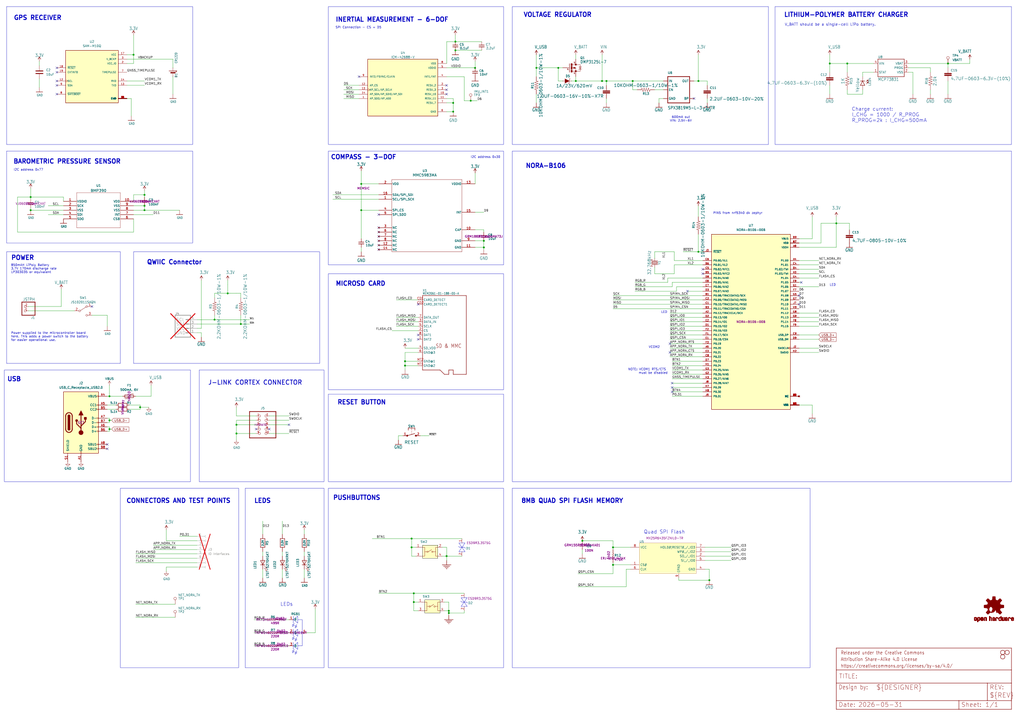
<source format=kicad_sch>
(kicad_sch (version 20250114) (generator "eeschema") (generator_version "9.0")
  (paper "A2")
  (title_block (date "2025-02-25"))
  (lib_symbols
    (symbol "20021221:20021221-00010C4LF" (pin_names (offset 1.016) (hide yes))
      (property "Reference" "JP" (at -6.35 8.255 0))
      (property "Value" "20021221-00010C4LF" (at -6.35 -10.1854 0))
      (symbol "20021221-00010C4LF_0_0"
        (pin passive inverted (at -2.54 5.08 0) (length 2.54) (name "~") (number "1"))
        (pin passive inverted (at -2.54 2.54 0) (length 2.54) (name "~") (number "3"))
        (pin passive inverted (at -2.54 0 0) (length 2.54) (name "~") (number "5"))
        (pin passive inverted (at -2.54 -2.54 0) (length 2.54) (name "~") (number "7"))
        (pin passive inverted (at -2.54 -5.08 0) (length 2.54) (name "~") (number "9"))
        (pin passive inverted (at 5.08 5.08 180) (length 2.54) (name "~") (number "2"))
        (pin passive inverted (at 5.08 2.54 180) (length 2.54) (name "~") (number "4"))
        (pin passive inverted (at 5.08 0 180) (length 2.54) (name "~") (number "6"))
        (pin passive inverted (at 5.08 -2.54 180) (length 2.54) (name "~") (number "8"))
        (pin passive inverted (at 5.08 -5.08 180) (length 2.54) (name "~") (number "10"))
      )
    )
    (symbol "Adafruit Feather M0 Adalogger-eagle-import:CON_JST_PH_2PIN"
      (property "Reference" "X" (at -6.35 5.715 0))
      (property "Value" "CON_JST_PH_2PIN" (at -6.35 -5.08 0))
      (symbol "CON_JST_PH_2PIN_1_0"
        (pin passive inverted (at -2.54 2.54 0) (length 2.54) (name "1") (number "1"))
        (pin passive inverted (at -2.54 0 0) (length 2.54) (name "2") (number "2"))
      )
    )
    (symbol "Adafruit Feather M0 Adalogger-eagle-import:GND" (power)
      (property "Value" "GND" (at -2.54 -2.54 0))
      (symbol "GND_1_0"
        (pin power_in line (at 0 2.54 270) (length 2.54) (name "GND") (number "1"))
      )
    )
    (symbol "Adafruit Feather M0 Adalogger-eagle-import:MICROSD"
      (property "Reference" "X" (at -12.7 22.606 0))
      (property "Value" "MICROSD" (at -12.7 20.828 0))
      (symbol "MICROSD_1_0"
        (text "SD & MMC" (at -5.08 -10.16 0) (effects (font (size 2.1844 1.8567)) (justify left bottom)))
        (pin passive line (at -15.24 17.78 0) (length 2.54) (name "CARD_DETECT") (number "CD1"))
        (pin passive line (at -15.24 15.24 0) (length 2.54) (name "CARD_DETECT1") (number "CD2"))
        (pin output line (at -15.24 7.62 0) (length 2.54) (name "DATA_OUT") (number "7"))
        (pin input line (at -15.24 5.08 0) (length 2.54) (name "DATA_IN") (number "3"))
        (pin input line (at -15.24 2.54 0) (length 2.54) (name "SCLK") (number "5"))
        (pin input line (at -15.24 0 0) (length 2.54) (name "CS") (number "2"))
        (pin bidirectional line (at -15.24 -2.54 0) (length 2.54) (name "DAT1") (number "8"))
        (pin bidirectional line (at -15.24 -5.08 0) (length 2.54) (name "DAT2") (number "1"))
        (pin power_in line (at -15.24 -10.16 0) (length 2.54) (name "SD_VDD") (number "4"))
        (pin power_in line (at -15.24 -12.7 0) (length 2.54) (name "GND@3") (number "6"))
        (pin power_in line (at -15.24 -17.78 0) (length 2.54) (name "GND@1") (number "MT2"))
        (pin power_in line (at -15.24 -20.32 0) (length 2.54) (name "GND@2") (number "MT1"))
      )
    )
    (symbol "Adafruit Feather M0 Adalogger-eagle-import:RESISTOR_0603_NOOUT"
      (property "Reference" "R" (at 0 2.54 0))
      (property "Value" "RESISTOR_0603_NOOUT" (at 0 0 0))
      (symbol "RESISTOR_0603_NOOUT_1_0"
        (pin passive line (at -5.08 0 0) (length 2.54) (name "1") (number "1"))
        (pin passive line (at 5.08 0 180) (length 2.54) (name "2") (number "2"))
      )
    )
    (symbol "Adafruit MPU6050-eagle-import:RESISTOR_0603_NOOUT"
      (property "Reference" "R" (at 0 2.54 0))
      (property "Value" "RESISTOR_0603_NOOUT" (at 0 0 0))
      (symbol "RESISTOR_0603_NOOUT_1_0"
        (pin passive line (at -5.08 0 0) (length 2.54) (name "1") (number "1"))
        (pin passive line (at 5.08 0 180) (length 2.54) (name "2") (number "2"))
      )
    )
    (symbol "Connector:Conn_01x08_Socket" (pin_names (offset 1.016) (hide yes))
      (property "Reference" "J" (at 0 10.16 0))
      (property "Value" "Conn_01x08_Socket" (at 0 -12.7 0))
      (symbol "Conn_01x08_Socket_1_1"
        (pin passive line (at -5.08 7.62 0) (length 3.81) (name "Pin_1") (number "1"))
        (pin passive line (at -5.08 5.08 0) (length 3.81) (name "Pin_2") (number "2"))
        (pin passive line (at -5.08 2.54 0) (length 3.81) (name "Pin_3") (number "3"))
        (pin passive line (at -5.08 0 0) (length 3.81) (name "Pin_4") (number "4"))
        (pin passive line (at -5.08 -2.54 0) (length 3.81) (name "Pin_5") (number "5"))
        (pin passive line (at -5.08 -5.08 0) (length 3.81) (name "Pin_6") (number "6"))
        (pin passive line (at -5.08 -7.62 0) (length 3.81) (name "Pin_7") (number "7"))
        (pin passive line (at -5.08 -10.16 0) (length 3.81) (name "Pin_8") (number "8"))
      )
    )
    (symbol "Connector:TestPoint" (pin_numbers (hide yes)) (pin_names (offset 0.762) (hide yes))
      (property "Reference" "TP" (at 0 6.858 0))
      (property "Value" "TestPoint" (at 0 5.08 0))
      (symbol "TestPoint_1_1"
        (pin passive line (at 0 0 90) (length 2.54) (name "1") (number "1"))
      )
    )
    (symbol "Connector:USB_C_Receptacle_USB2.0" (pin_names (offset 1.016))
      (property "Reference" "J" (at -10.16 19.05 0))
      (property "Value" "USB_C_Receptacle_USB2.0" (at 19.05 19.05 0))
      (symbol "USB_C_Receptacle_USB2.0_1_1"
        (pin passive line (at -7.62 -22.86 90) (length 5.08) (name "SHIELD") (number "S1"))
        (pin passive line (at 0 -22.86 90) (length 5.08) (name "GND") (number "A1"))
        (pin passive line (at 0 -22.86 90) (length 5.08) (hide yes) (name "GND") (number "A12"))
        (pin passive line (at 0 -22.86 90) (length 5.08) (hide yes) (name "GND") (number "B1"))
        (pin passive line (at 0 -22.86 90) (length 5.08) (hide yes) (name "GND") (number "B12"))
        (pin passive line (at 15.24 15.24 180) (length 5.08) (name "VBUS") (number "A4"))
        (pin passive line (at 15.24 15.24 180) (length 5.08) (hide yes) (name "VBUS") (number "A9"))
        (pin passive line (at 15.24 15.24 180) (length 5.08) (hide yes) (name "VBUS") (number "B4"))
        (pin passive line (at 15.24 15.24 180) (length 5.08) (hide yes) (name "VBUS") (number "B9"))
        (pin bidirectional line (at 15.24 10.16 180) (length 5.08) (name "CC1") (number "A5"))
        (pin bidirectional line (at 15.24 7.62 180) (length 5.08) (name "CC2") (number "B5"))
        (pin bidirectional line (at 15.24 2.54 180) (length 5.08) (name "D-") (number "A7"))
        (pin bidirectional line (at 15.24 0 180) (length 5.08) (name "D-") (number "B7"))
        (pin bidirectional line (at 15.24 -2.54 180) (length 5.08) (name "D+") (number "A6"))
        (pin bidirectional line (at 15.24 -5.08 180) (length 5.08) (name "D+") (number "B6"))
        (pin bidirectional line (at 15.24 -12.7 180) (length 5.08) (name "SBU1") (number "A8"))
        (pin bidirectional line (at 15.24 -15.24 180) (length 5.08) (name "SBU2") (number "B8"))
      )
    )
    (symbol "Device:C" (pin_numbers (hide yes)) (pin_names (offset 0.254))
      (property "Reference" "C" (at 0.635 2.54 0))
      (property "Value" "C" (at 0.635 -2.54 0))
      (symbol "C_1_1"
        (pin passive line (at 0 3.81 270) (length 2.794) (name "~") (number "1"))
        (pin passive line (at 0 -3.81 90) (length 2.794) (name "~") (number "2"))
      )
    )
    (symbol "Device:C_Small" (pin_numbers (hide yes)) (pin_names (offset 0.254) (hide yes))
      (property "Reference" "C" (at 0.254 1.778 0))
      (property "Value" "C_Small" (at 0.254 -2.032 0))
      (symbol "C_Small_1_1"
        (pin passive line (at 0 2.54 270) (length 2.032) (name "~") (number "1"))
        (pin passive line (at 0 -2.54 90) (length 2.032) (name "~") (number "2"))
      )
    )
    (symbol "Device:LED" (pin_numbers (hide yes)) (pin_names (offset 1.016) (hide yes))
      (property "Reference" "D" (at 0 2.54 0))
      (property "Value" "LED" (at 0 -2.54 0))
      (symbol "LED_1_1"
        (pin passive line (at -3.81 0 0) (length 2.54) (name "K") (number "1"))
        (pin passive line (at 3.81 0 180) (length 2.54) (name "A") (number "2"))
      )
    )
    (symbol "Device:Polyfuse" (pin_numbers (hide yes)) (pin_names (offset 0))
      (property "Reference" "F" (at -2.54 0 90))
      (property "Value" "Polyfuse" (at 2.54 0 90))
      (symbol "Polyfuse_1_1"
        (pin passive line (at 0 3.81 270) (length 1.27) (name "~") (number "1"))
        (pin passive line (at 0 -3.81 90) (length 1.27) (name "~") (number "2"))
      )
    )
    (symbol "Device:R" (pin_numbers (hide yes)) (pin_names (offset 0))
      (property "Reference" "R" (at 2.032 0 90))
      (property "Value" "R" (at 0 0 90))
      (symbol "R_1_1"
        (pin passive line (at 0 3.81 270) (length 1.27) (name "~") (number "1"))
        (pin passive line (at 0 -3.81 90) (length 1.27) (name "~") (number "2"))
      )
    )
    (symbol "SAMD51_Thing_Plus-eagle-import:1.0UF-0603-16V-10%-X7R"
      (property "Reference" "C" (at 1.524 2.921 0))
      (symbol "1.0UF-0603-16V-10%-X7R_1_0"
        (pin passive line (at 0 5.08 270) (length 2.54) (name "1") (number "1"))
        (pin passive line (at 0 -2.54 90) (length 2.54) (name "2") (number "2"))
      )
    )
    (symbol "SAMD51_Thing_Plus-eagle-import:10KOHM-0603-1/10W-1%"
      (property "Reference" "R" (at 0 1.524 0))
      (symbol "10KOHM-0603-1/10W-1%_1_0"
        (pin passive line (at -5.08 0 0) (length 2.54) (name "1") (number "1"))
        (pin passive line (at 5.08 0 180) (length 2.54) (name "2") (number "2"))
      )
    )
    (symbol "SAMD51_Thing_Plus-eagle-import:10UF-0805-10V-10%"
      (property "Reference" "C" (at 1.524 2.921 0))
      (symbol "10UF-0805-10V-10%_1_0"
        (pin passive line (at 0 5.08 270) (length 2.54) (name "1") (number "1"))
        (pin passive line (at 0 -2.54 90) (length 2.54) (name "2") (number "2"))
      )
    )
    (symbol "SAMD51_Thing_Plus-eagle-import:1KOHM-1/10W-1%(0603)"
      (property "Reference" "R" (at 0 1.524 0))
      (symbol "1KOHM-1/10W-1%(0603)_1_0"
        (pin passive line (at -5.08 0 0) (length 2.54) (name "1") (number "1"))
        (pin passive line (at 5.08 0 180) (length 2.54) (name "2") (number "2"))
      )
    )
    (symbol "SAMD51_Thing_Plus-eagle-import:2.0KOHM1/10W5%(0603)"
      (property "Reference" "R" (at 0 1.524 0))
      (symbol "2.0KOHM1/10W5%(0603)_1_0"
        (pin passive line (at -5.08 0 0) (length 2.54) (name "1") (number "1"))
        (pin passive line (at 5.08 0 180) (length 2.54) (name "2") (number "2"))
      )
    )
    (symbol "SAMD51_Thing_Plus-eagle-import:2.2KOHM-0603-1/10W-1%"
      (property "Reference" "R" (at 0 1.524 0))
      (symbol "2.2KOHM-0603-1/10W-1%_1_0"
        (pin passive line (at -5.08 0 0) (length 2.54) (name "1") (number "1"))
        (pin passive line (at 5.08 0 180) (length 2.54) (name "2") (number "2"))
      )
    )
    (symbol "SAMD51_Thing_Plus-eagle-import:2.2UF-0603-10V-20%"
      (property "Reference" "C" (at 1.524 2.921 0))
      (symbol "2.2UF-0603-10V-20%_1_0"
        (pin passive line (at 0 5.08 270) (length 2.54) (name "1") (number "1"))
        (pin passive line (at 0 -2.54 90) (length 2.54) (name "2") (number "2"))
      )
    )
    (symbol "SAMD51_Thing_Plus-eagle-import:3.3V" (power)
      (property "Value" "3.3V" (at -1.016 3.556 0))
      (symbol "3.3V_1_0"
        (pin power_in line (at 0 0 90) (length 2.54) (name "3.3V") (number "1"))
      )
    )
    (symbol "SAMD51_Thing_Plus-eagle-import:4.7UF-0603-6.3V-(10%)"
      (property "Reference" "C" (at 1.524 2.921 0))
      (symbol "4.7UF-0603-6.3V-(10%)_1_0"
        (pin passive line (at 0 5.08 270) (length 2.54) (name "1") (number "1"))
        (pin passive line (at 0 -2.54 90) (length 2.54) (name "2") (number "2"))
      )
    )
    (symbol "SAMD51_Thing_Plus-eagle-import:CRYSTAL-32.768KHZSMD-3.2X1.5"
      (property "Reference" "Y" (at 0 2.032 0))
      (symbol "CRYSTAL-32.768KHZSMD-3.2X1.5_1_0"
        (text "1" (at -2.159 -1.143 0) (effects (font (size 0.8636 0.734)) (justify left bottom)))
        (text "2" (at 1.524 -1.143 0) (effects (font (size 0.8636 0.734)) (justify left bottom)))
        (pin passive line (at -2.54 0 0) (length 0) (name "1") (number "P$1"))
        (pin passive line (at 2.54 0 180) (length 0) (name "2") (number "P$2"))
      )
    )
    (symbol "SAMD51_Thing_Plus-eagle-import:DIODE-SCHOTTKY-BAT20J"
      (property "Reference" "D" (at -2.54 2.032 0))
      (symbol "DIODE-SCHOTTKY-BAT20J_1_0"
        (pin passive line (at -2.54 0 0) (length 0) (name "A") (number "A"))
        (pin passive line (at 2.54 0 180) (length 0) (name "C") (number "C"))
      )
    )
    (symbol "SAMD51_Thing_Plus-eagle-import:GND" (power)
      (property "Value" "GND" (at -2.54 -2.54 0))
      (symbol "GND_1_0"
        (pin power_in line (at 0 2.54 270) (length 2.54) (name "GND") (number "1"))
      )
    )
    (symbol "SAMD51_Thing_Plus-eagle-import:LED-YELLOW0603"
      (property "Reference" "D" (at -3.429 -4.572 90))
      (symbol "LED-YELLOW0603_1_0"
        (pin passive line (at 0 2.54 270) (length 2.54) (name "A") (number "A"))
        (pin passive line (at 0 -5.08 90) (length 2.54) (name "C") (number "C"))
      )
    )
    (symbol "SAMD51_Thing_Plus-eagle-import:MCP73831"
      (symbol "MCP73831_1_0"
        (pin power_in line (at -10.16 2.54 0) (length 2.54) (name "VIN") (number "4"))
        (pin output line (at -10.16 -2.54 0) (length 2.54) (name "STAT") (number "1"))
        (pin power_in line (at 10.16 2.54 180) (length 2.54) (name "VBAT") (number "3"))
        (pin input line (at 10.16 0 180) (length 2.54) (name "PROG") (number "5"))
        (pin power_in line (at 10.16 -2.54 180) (length 2.54) (name "VSS") (number "2"))
      )
    )
    (symbol "SAMD51_Thing_Plus-eagle-import:MOSFET-PCHANNELDMG2307L"
      (property "Reference" "Q" (at 5.08 2.54 0))
      (symbol "MOSFET-PCHANNELDMG2307L_1_0"
        (text "G" (at -5.08 -1.27 0) (effects (font (size 0.8128 0.6908)) (justify left bottom)))
        (text "D" (at -1.27 2.54 0) (effects (font (size 0.8128 0.6908)) (justify left bottom)))
        (text "S" (at -1.27 -3.556 0) (effects (font (size 0.8128 0.6908)) (justify left bottom)))
        (pin passive line (at -7.62 0 0) (length 2.54) (name "G") (number "1"))
        (pin passive line (at 0 5.08 270) (length 2.54) (name "D") (number "3"))
        (pin passive line (at 0 -5.08 90) (length 2.54) (name "S") (number "2"))
      )
    )
    (symbol "SAMD51_Thing_Plus-eagle-import:QWIIC_CONNECTORJS-1MM"
      (property "Reference" "J" (at -5.08 7.874 0))
      (symbol "QWIIC_CONNECTORJS-1MM_1_0"
        (text "SCL" (at -4.572 5.08 0) (effects (font (size 1.778 1.778)) (justify left)))
        (text "SDA" (at -4.572 2.54 0) (effects (font (size 1.778 1.778)) (justify left)))
        (text "VCC" (at -4.572 0 0) (effects (font (size 1.778 1.778)) (justify left)))
        (text "GND" (at -4.572 -2.54 0) (effects (font (size 1.778 1.778)) (justify left)))
        (pin passive line (at 7.62 5.08 180) (length 5.08) (name "4") (number "4"))
        (pin passive line (at 7.62 2.54 180) (length 5.08) (name "3") (number "3"))
        (pin power_in line (at 7.62 0 180) (length 5.08) (name "2") (number "2"))
        (pin power_in line (at 7.62 -2.54 180) (length 5.08) (name "1") (number "1"))
      )
    )
    (symbol "SAMD51_Thing_Plus-eagle-import:VIN" (power)
      (property "Value" "VIN" (at -1.016 3.556 0))
      (symbol "VIN_1_0"
        (pin power_in line (at 0 0 90) (length 2.54) (name "VIN") (number "1"))
      )
    )
    (symbol "SAMD51_Thing_Plus-eagle-import:V_BATT" (power)
      (property "Value" "V_BATT" (at -1.016 3.556 0))
      (symbol "V_BATT_1_0"
        (pin power_in line (at 0 0 90) (length 2.54) (name "V_BATT") (number "1"))
      )
    )
    (symbol "SAMD51_Thing_Plus-eagle-import:V_REG_LDOSMD"
      (property "Reference" "U" (at -7.62 9.144 0))
      (symbol "V_REG_LDOSMD_1_0"
        (pin input line (at -10.16 5.08 0) (length 2.54) (name "IN") (number "1"))
        (pin input line (at -10.16 0 0) (length 2.54) (name "EN") (number "3"))
        (pin input line (at -10.16 -5.08 0) (length 2.54) (name "GND") (number "2"))
        (pin passive line (at 7.62 5.08 180) (length 2.54) (name "OUT") (number "5"))
        (pin input line (at 7.62 -5.08 180) (length 2.54) (name "BP") (number "4"))
      )
    )
    (symbol "SAMD51_Thing_Plus-eagle-import:V_USB" (power)
      (property "Value" "V_USB" (at -1.016 3.556 0))
      (symbol "V_USB_1_0"
        (pin power_in line (at 0 0 90) (length 2.54) (name "V_USB") (number "1"))
      )
    )
    (symbol "Switch:SW_SPDT" (pin_names (offset 0) (hide yes))
      (property "Reference" "SW" (at 0 4.318 0))
      (property "Value" "SW_SPDT" (at 0 -5.08 0))
      (symbol "SW_SPDT_1_1"
        (pin passive line (at -5.08 0 0) (length 2.54) (name "B") (number "2"))
        (pin passive line (at 5.08 2.54 180) (length 2.54) (name "A") (number "1"))
        (pin passive line (at 5.08 -2.54 180) (length 2.54) (name "C") (number "3"))
      )
    )
    (symbol "dropkick:ICM-42688-P" (pin_names (offset 1.016))
      (property "Reference" "U" (at -20.32 16.002 0))
      (property "Value" "ICM-42688-P" (at -20.32 -20.32 0))
      (symbol "ICM-42688-P_0_0"
        (pin bidirectional line (at -25.4 5.08 0) (length 5.08) (name "INT2/FSYNC/CLKIN") (number "9"))
        (pin input line (at -25.4 0 0) (length 5.08) (name "AP_CS") (number "12"))
        (pin input clock (at -25.4 -2.54 0) (length 5.08) (name "AP_SCL/AP_SCLK") (number "13"))
        (pin bidirectional line (at -25.4 -5.08 0) (length 5.08) (name "AP_SDA/AP_SDIO/AP_SDI") (number "14"))
        (pin bidirectional line (at -25.4 -7.62 0) (length 5.08) (name "AP_SDO/AP_AD0") (number "1"))
        (pin power_in line (at 25.4 12.7 180) (length 5.08) (name "VDD") (number "8"))
        (pin power_in line (at 25.4 10.16 180) (length 5.08) (name "VDDIO") (number "5"))
        (pin output line (at 25.4 5.08 180) (length 5.08) (name "INT1/INT") (number "4"))
        (pin passive line (at 25.4 0 180) (length 5.08) (name "RESV_2") (number "2"))
        (pin passive line (at 25.4 -2.54 180) (length 5.08) (name "RESV_3") (number "3"))
        (pin passive line (at 25.4 -5.08 180) (length 5.08) (name "RESV_10") (number "10"))
        (pin passive line (at 25.4 -7.62 180) (length 5.08) (name "RESV_11") (number "11"))
        (pin passive line (at 25.4 -10.16 180) (length 5.08) (name "RESV_7") (number "7"))
        (pin power_in line (at 25.4 -15.24 180) (length 5.08) (name "GND") (number "6"))
      )
    )
    (symbol "dropkick:SAM-M8Q-0-10" (pin_names (offset 1.016))
      (property "Reference" "U" (at -15.24 16.129 0))
      (property "Value" "SAM-M8Q-0-10" (at -15.24 -17.78 0))
      (symbol "SAM-M8Q-0-10_0_0"
        (pin input line (at -20.32 5.08 0) (length 5.08) (name "~{RESET}") (number "18"))
        (pin input line (at -20.32 2.54 0) (length 5.08) (name "EXTINT0") (number "19"))
        (pin input clock (at -20.32 -2.54 0) (length 5.08) (name "SCL") (number "12"))
        (pin bidirectional line (at -20.32 -5.08 0) (length 5.08) (name "SDA") (number "9"))
        (pin input line (at -20.32 -10.16 0) (length 5.08) (name "~{SAFEBOOT}") (number "8"))
        (pin power_in line (at 20.32 12.7 180) (length 5.08) (name "VCC") (number "17"))
        (pin power_in line (at 20.32 10.16 180) (length 5.08) (name "V_BCKP") (number "3"))
        (pin power_in line (at 20.32 7.62 180) (length 5.08) (name "VCC_IO") (number "2"))
        (pin output line (at 20.32 2.54 180) (length 5.08) (name "TIMEPULSE") (number "7"))
        (pin input line (at 20.32 -2.54 180) (length 5.08) (name "RXD") (number "14"))
        (pin output line (at 20.32 -5.08 180) (length 5.08) (name "TXD") (number "13"))
        (pin power_in line (at 20.32 -12.7 180) (length 5.08) (name "GND") (number "1"))
        (pin power_in line (at 20.32 -12.7 180) (length 5.08) (name "GND") (number "10"))
        (pin power_in line (at 20.32 -12.7 180) (length 5.08) (name "GND") (number "11"))
        (pin power_in line (at 20.32 -12.7 180) (length 5.08) (name "GND") (number "15"))
        (pin power_in line (at 20.32 -12.7 180) (length 5.08) (name "GND") (number "16"))
        (pin power_in line (at 20.32 -12.7 180) (length 5.08) (name "GND") (number "20"))
        (pin power_in line (at 20.32 -12.7 180) (length 5.08) (name "GND") (number "4"))
        (pin power_in line (at 20.32 -12.7 180) (length 5.08) (name "GND") (number "5"))
        (pin power_in line (at 20.32 -12.7 180) (length 5.08) (name "GND") (number "6"))
      )
    )
    (symbol "nora-altium-import:GND_POWER_GROUND" (power)
      (property "Value" "GND" (at 0 -6.35 0))
      (symbol "GND_POWER_GROUND_0_0"
        (pin power_in line (at 0 0 0) (length 0) (hide yes) (name "GND") (number ""))
      )
    )
    (symbol "nora-altium-import:root_0_Cap Chip" (pin_numbers (hide yes)) (pin_names (hide yes))
      (symbol "root_0_Cap Chip_1_0"
        (pin passive line (at 0 2.54 270) (length 1.27) (name "1") (number "1"))
        (pin passive line (at 0 -2.54 90) (length 1.27) (name "2") (number "2"))
      )
    )
    (symbol "nora-altium-import:root_0_Diode_TVS" (pin_names (hide yes))
      (symbol "root_0_Diode_TVS_1_0"
        (pin passive line (at 0 5.08 270) (length 2.54) (name "") (number "1"))
        (pin passive line (at 0 -5.08 90) (length 2.54) (name "") (number "2"))
      )
    )
    (symbol "nora-altium-import:root_0_Res sm" (pin_numbers (hide yes)) (pin_names (hide yes))
      (symbol "root_0_Res sm_1_0"
        (pin passive line (at -2.54 0 0) (length 2.286) (name "1") (number "1"))
        (pin passive line (at 5.08 0 180) (length 2.286) (name "2") (number "2"))
      )
    )
    (symbol "nora-altium-import:root_0_SPI_Flash_Memory_8Pin"
      (property "Reference" "U5" (at 0 17.78 0))
      (property "MANUFACTURER P/N" "MX25R6435FZNIL0" (at 0 -2.54 0))
      (symbol "root_0_SPI_Flash_Memory_8Pin_1_0"
        (pin power_in line (at -5.08 15.24 0) (length 5.08) (name "VCC") (number "8"))
        (pin input line (at -5.08 5.08 0) (length 5.08) (name "CS#") (number "1"))
        (pin input line (at -5.08 2.54 0) (length 5.08) (name "CLK") (number "6"))
        (pin bidirectional line (at 38.1 15.24 180) (length 5.08) (name "HOLD#¦RESET#_/_IO3") (number "7"))
        (pin bidirectional line (at 38.1 12.7 180) (length 5.08) (name "WP#_/_IO2") (number "3"))
        (pin bidirectional line (at 38.1 10.16 180) (length 5.08) (name "SO_/_IO1") (number "2"))
        (pin bidirectional line (at 38.1 7.62 180) (length 5.08) (name "SI_/_IO0") (number "5"))
        (pin power_in line (at 38.1 2.54 180) (length 5.08) (name "GND") (number "4"))
      )
      (symbol "root_0_SPI_Flash_Memory_8Pin_1_1"
        (pin passive line (at 22.86 -2.54 90) (length 2.54) (name "EPAD") (number "9"))
      )
    )
    (symbol "nora-altium-import:root_1_Res sm" (pin_numbers (hide yes)) (pin_names (hide yes))
      (symbol "root_1_Res sm_1_0"
        (pin passive line (at 0 5.08 270) (length 2.286) (name "2") (number "2"))
        (pin passive line (at 0 -2.54 90) (length 2.286) (name "1") (number "1"))
      )
    )
    (symbol "nora-altium-import:root_1_mirrored_LED_RGB_CA_4"
      (symbol "root_1_mirrored_LED_RGB_CA_4_1_0"
        (pin passive line (at -2.54 7.62 0) (length 2.54) (name "R") (number "1"))
        (pin passive line (at -2.54 0 0) (length 2.54) (name "G") (number "2"))
        (pin passive line (at -2.54 -7.62 0) (length 2.54) (name "B") (number "3"))
        (pin passive line (at 7.62 0 180) (length 2.54) (name "A") (number "4"))
      )
    )
    (symbol "peakick:3.3V" (power)
      (property "Value" "3.3V" (at 0 2.794 0))
      (symbol "3.3V_1_0"
        (pin power_in line (at 0 0 90) (length 2.54) (name "3.3V") (number "1"))
      )
    )
    (symbol "peakick:BATTERYCR1220_2"
      (property "Reference" "B" (at -2.54 3.175 0))
      (property "Value" "BATTERYCR1220_2" (at -2.54 -5.08 0))
      (symbol "BATTERYCR1220_2_1_0"
        (text "-" (at -1.778 -1.143 900) (effects (font (size 1.27 1.0795)) (justify right top)))
        (text "+" (at 1.27 -1.143 900) (effects (font (size 1.27 1.0795)) (justify right top)))
        (pin passive line (at -2.54 0 0) (length 0) (name "-") (number "-"))
        (pin passive line (at 2.54 0 180) (length 0) (name "+") (number "+"))
      )
    )
    (symbol "peakick:BMP390" (pin_names (offset 0.254))
      (property "Reference" "U" (at 20.32 10.16 0))
      (property "Value" "BMP390" (at 20.32 7.62 0))
      (symbol "BMP390_0_1"
        (pin power_in line (at 0 0 0) (length 7.62) (name "VDDIO") (number "1"))
        (pin input line (at 0 -2.54 0) (length 7.62) (name "SCK") (number "2"))
        (pin power_out line (at 0 -5.08 0) (length 7.62) (name "VSS") (number "3"))
        (pin bidirectional line (at 0 -7.62 0) (length 7.62) (name "SDI") (number "4"))
        (pin bidirectional line (at 0 -10.16 0) (length 7.62) (name "SDO") (number "5"))
        (pin power_in line (at 40.64 0 180) (length 7.62) (name "VDD") (number "10"))
        (pin power_out line (at 40.64 -2.54 180) (length 7.62) (name "VSS") (number "9"))
        (pin power_out line (at 40.64 -5.08 180) (length 7.62) (name "VSS") (number "8"))
        (pin input line (at 40.64 -7.62 180) (length 7.62) (name "INT") (number "7"))
        (pin input line (at 40.64 -10.16 180) (length 7.62) (name "CSB") (number "6"))
      )
    )
    (symbol "peakick:FRAME-LETTER"
      (symbol "FRAME-LETTER_2_0"
        (text "Design by:" (at 1.27 11.43 0) (effects (font (size 2.54 2.159)) (justify left bottom)))
        (text "Date:" (at 1.27 1.27 0) (effects (font (size 2.54 2.54)) (justify left bottom)))
        (text "TITLE:" (at 1.524 17.78 0) (effects (font (size 2.54 2.54)) (justify left bottom)))
        (text "Released under the Creative Commons" (at 2.54 31.75 0) (effects (font (size 1.9304 1.6408)) (justify left bottom)))
        (text "Attribution Share-Alike 4.0 License" (at 2.54 27.94 0) (effects (font (size 1.9304 1.6408)) (justify left bottom)))
        (text "https://creativecommons.org/licenses/by-sa/4.0/" (at 2.54 24.13 0) (effects (font (size 1.9304 1.6408)) (justify left bottom)))
        (text "${CURRENT_DATE}" (at 12.7 1.27 0) (effects (font (size 2.54 2.54)) (justify left bottom)))
        (text "${PROJECTNAME}" (at 15.494 17.78 0) (effects (font (size 2.7432 2.7432)) (justify left bottom)))
        (text "${DESIGNER}" (at 23.114 11.176 0) (effects (font (size 2.7432 2.7432)) (justify left bottom)))
        (text "Sheet:" (at 72.39 1.27 0) (effects (font (size 2.54 2.54)) (justify left bottom)))
        (text "${#}/${##}" (at 86.36 1.27 0) (effects (font (size 2.54 2.54)) (justify left bottom)))
        (text "REV:" (at 88.9 11.43 0) (effects (font (size 2.54 2.54)) (justify left bottom)))
        (text "${REV}" (at 88.9 6.604 0) (effects (font (size 2.7432 2.7432)) (justify left bottom)))
      )
    )
    (symbol "peakick:GND" (power)
      (property "Value" "GND" (at 0 -0.254 0))
      (symbol "GND_1_0"
        (pin power_in line (at 0 2.54 270) (length 2.54) (name "GND") (number "1"))
      )
    )
    (symbol "peakick:KMR2_TACTILE_SWITCH"
      (property "Reference" "S1" (at 0 4.826 0))
      (property "Value" "RESET" (at 0 -2.794 0))
      (symbol "KMR2_TACTILE_SWITCH_1_0"
        (pin passive line (at -5.08 0 0) (length 2.54) (name "1") (number "1"))
        (pin passive line (at 5.08 0 180) (length 2.54) (name "2") (number "2"))
      )
    )
    (symbol "peakick:MMC5983MA" (pin_names (offset 0.254))
      (property "Reference" "U" (at 35.56 10.16 0))
      (property "Value" "MMC5983MA" (at 35.56 7.62 0))
      (symbol "MMC5983MA_0_1"
        (pin power_in line (at 8.89 2.54 0) (length 7.62) (name "VDD") (number "2"))
        (pin bidirectional line (at 8.89 -3.81 0) (length 7.62) (name "SDA/SPI_SDI") (number "16"))
        (pin input line (at 8.89 -6.35 0) (length 7.62) (name "SCL/SPI_SCK") (number "1"))
        (pin input line (at 8.89 -12.7 0) (length 7.62) (name "SPI_CS") (number "4"))
        (pin output line (at 8.89 -15.24 0) (length 7.62) (name "SPI_SDO") (number "5"))
        (pin no_connect line (at 8.89 -22.86 0) (length 7.62) (name "NC") (number "3"))
        (pin no_connect line (at 8.89 -25.4 0) (length 7.62) (name "NC") (number "6"))
        (pin no_connect line (at 8.89 -27.94 0) (length 7.62) (name "NC") (number "7"))
        (pin no_connect line (at 8.89 -30.48 0) (length 7.62) (name "NC") (number "8"))
        (pin no_connect line (at 8.89 -33.02 0) (length 7.62) (name "NC") (number "12"))
        (pin power_in line (at 64.77 2.54 180) (length 7.62) (name "VDDIO") (number "13"))
        (pin output line (at 64.77 -13.97 180) (length 7.62) (name "INT") (number "15"))
        (pin power_in line (at 64.77 -24.13 180) (length 7.62) (name "CAP") (number "10"))
        (pin power_out line (at 64.77 -34.29 180) (length 7.62) (name "GND") (number "11"))
      )
      (symbol "MMC5983MA_1_1"
        (pin no_connect line (at 8.89 -35.56 0) (length 7.62) (name "NC") (number "14"))
        (pin power_out line (at 64.77 -30.48 180) (length 7.62) (name "GND") (number "9"))
      )
    )
    (symbol "peakick:NORA-B106-00B" (pin_names (offset 1.016))
      (property "Reference" "U" (at -22.86 51.689 0))
      (property "Value" "NORA-B106-00B" (at -22.86 -53.34 0))
      (symbol "NORA-B106-00B_0_0"
        (pin input line (at -27.94 40.64 0) (length 5.08) (name "~{RESET}") (number "J3"))
        (pin bidirectional line (at -27.94 35.56 0) (length 5.08) (name "P0.00/XL1") (number "C6"))
        (pin bidirectional line (at -27.94 33.02 0) (length 5.08) (name "P0.01/XL2") (number "B6"))
        (pin bidirectional line (at -27.94 30.48 0) (length 5.08) (name "P0.02/NFC1") (number "C5"))
        (pin bidirectional line (at -27.94 27.94 0) (length 5.08) (name "P0.03/NFC2") (number "B5"))
        (pin bidirectional line (at -27.94 25.4 0) (length 5.08) (name "P0.04/AIN0") (number "D8"))
        (pin bidirectional line (at -27.94 22.86 0) (length 5.08) (name "P0.05/AIN1") (number "E8"))
        (pin bidirectional line (at -27.94 20.32 0) (length 5.08) (name "P0.06/AIN2") (number "E7"))
        (pin bidirectional line (at -27.94 17.78 0) (length 5.08) (name "P0.07/AIN3") (number "D3"))
        (pin bidirectional line (at -27.94 15.24 0) (length 5.08) (name "P0.08/TRACEDATA3/SCK") (number "B1"))
        (pin bidirectional line (at -27.94 12.7 0) (length 5.08) (name "P0.09/TRACEDATA2/MOSI") (number "C2"))
        (pin bidirectional line (at -27.94 10.16 0) (length 5.08) (name "P0.10/TRACEDATA1/MISO") (number "C1"))
        (pin bidirectional line (at -27.94 7.62 0) (length 5.08) (name "P0.11/TRACEDATA0/CSN") (number "B3"))
        (pin bidirectional line (at -27.94 5.08 0) (length 5.08) (name "P0.12/TRACECLK/DCX") (number "A2"))
        (pin bidirectional line (at -27.94 2.54 0) (length 5.08) (name "P0.13/IO0") (number "D2"))
        (pin bidirectional line (at -27.94 0 0) (length 5.08) (name "P0.14/IO1") (number "E2"))
        (pin bidirectional line (at -27.94 -2.54 0) (length 5.08) (name "P0.15/IO2") (number "D1"))
        (pin bidirectional line (at -27.94 -5.08 0) (length 5.08) (name "P0.16/IO3") (number "F2"))
        (pin bidirectional line (at -27.94 -7.62 0) (length 5.08) (name "P0.17/SCK") (number "F1"))
        (pin bidirectional line (at -27.94 -10.16 0) (length 5.08) (name "P0.18/CSN") (number "E1"))
        (pin bidirectional line (at -27.94 -12.7 0) (length 5.08) (name "P0.19") (number "F3"))
        (pin bidirectional line (at -27.94 -15.24 0) (length 5.08) (name "P0.20") (number "A5"))
        (pin bidirectional line (at -27.94 -17.78 0) (length 5.08) (name "P0.21") (number "E3"))
        (pin bidirectional line (at -27.94 -20.32 0) (length 5.08) (name "P0.22") (number "C8"))
        (pin bidirectional line (at -27.94 -22.86 0) (length 5.08) (name "P0.23") (number "D7"))
        (pin bidirectional line (at -27.94 -25.4 0) (length 5.08) (name "P0.24") (number "H1"))
        (pin bidirectional line (at -27.94 -27.94 0) (length 5.08) (name "P0.25/AIN4") (number "G3"))
        (pin bidirectional line (at -27.94 -30.48 0) (length 5.08) (name "P0.26/AIN5") (number "G2"))
        (pin bidirectional line (at -27.94 -33.02 0) (length 5.08) (name "P0.27/AIN6") (number "H3"))
        (pin bidirectional line (at -27.94 -35.56 0) (length 5.08) (name "P0.28/AIN7") (number "J8"))
        (pin bidirectional line (at -27.94 -38.1 0) (length 5.08) (name "P0.29") (number "H7"))
        (pin bidirectional line (at -27.94 -40.64 0) (length 5.08) (name "P0.30") (number "H8"))
        (pin bidirectional line (at -27.94 -43.18 0) (length 5.08) (name "P0.31") (number "J9"))
        (pin power_in line (at 27.94 48.26 180) (length 5.08) (name "VBUS") (number "B9"))
        (pin power_in line (at 27.94 45.72 180) (length 5.08) (name "VDD") (number "A7"))
        (pin power_in line (at 27.94 45.72 180) (length 5.08) (name "VDD") (number "B7"))
        (pin power_in line (at 27.94 43.18 180) (length 5.08) (name "VDDH") (number "A8"))
        (pin bidirectional line (at 27.94 35.56 180) (length 5.08) (name "P1.00") (number "A4"))
        (pin bidirectional line (at 27.94 33.02 180) (length 5.08) (name "P1.01") (number "C4"))
        (pin bidirectional line (at 27.94 30.48 180) (length 5.08) (name "P1.02/TWI") (number "B4"))
        (pin bidirectional line (at 27.94 27.94 180) (length 5.08) (name "P1.03/TWI") (number "A3"))
        (pin bidirectional line (at 27.94 25.4 180) (length 5.08) (name "P1.04") (number "G4"))
        (pin bidirectional line (at 27.94 22.86 180) (length 5.08) (name "P1.05") (number "E9"))
        (pin bidirectional line (at 27.94 20.32 180) (length 5.08) (name "P1.06") (number "G1"))
        (pin bidirectional line (at 27.94 17.78 180) (length 5.08) (name "P1.07") (number "F7"))
        (pin bidirectional line (at 27.94 15.24 180) (length 5.08) (name "P1.08") (number "G5"))
        (pin bidirectional line (at 27.94 12.7 180) (length 5.08) (name "P1.09") (number "G7"))
        (pin bidirectional line (at 27.94 10.16 180) (length 5.08) (name "P1.10") (number "J7"))
        (pin bidirectional line (at 27.94 7.62 180) (length 5.08) (name "P1.11") (number "H9"))
        (pin bidirectional line (at 27.94 5.08 180) (length 5.08) (name "P1.12") (number "G8"))
        (pin bidirectional line (at 27.94 2.54 180) (length 5.08) (name "P1.13") (number "G9"))
        (pin bidirectional line (at 27.94 0 180) (length 5.08) (name "P1.14") (number "F8"))
        (pin bidirectional line (at 27.94 -2.54 180) (length 5.08) (name "P1.15") (number "F9"))
        (pin bidirectional line (at 27.94 -7.62 180) (length 5.08) (name "USB_DP") (number "C9"))
        (pin bidirectional line (at 27.94 -10.16 180) (length 5.08) (name "USB_DM") (number "D9"))
        (pin input clock (at 27.94 -15.24 180) (length 5.08) (name "SWDCLK") (number "J2"))
        (pin bidirectional line (at 27.94 -17.78 180) (length 5.08) (name "SWDIO") (number "H2"))
        (pin no_connect line (at 27.94 -43.18 180) (length 5.08) (name "NC") (number "A6"))
        (pin no_connect line (at 27.94 -43.18 180) (length 5.08) (name "NC") (number "J1"))
        (pin no_connect line (at 27.94 -43.18 180) (length 5.08) (name "NC") (number "J4"))
        (pin no_connect line (at 27.94 -43.18 180) (length 5.08) (name "NC") (number "J5"))
        (pin no_connect line (at 27.94 -43.18 180) (length 5.08) (name "NC") (number "K1"))
        (pin no_connect line (at 27.94 -43.18 180) (length 5.08) (name "NC") (number "K9"))
        (pin power_in line (at 27.94 -48.26 180) (length 5.08) (name "VSS") (number "A1"))
        (pin power_in line (at 27.94 -48.26 180) (length 5.08) (name "VSS") (number "A9"))
        (pin power_in line (at 27.94 -48.26 180) (length 5.08) (name "VSS") (number "B2"))
        (pin power_in line (at 27.94 -48.26 180) (length 5.08) (name "VSS") (number "B8"))
        (pin power_in line (at 27.94 -48.26 180) (length 5.08) (name "VSS") (number "E4"))
        (pin power_in line (at 27.94 -48.26 180) (length 5.08) (name "VSS") (number "E5"))
        (pin power_in line (at 27.94 -48.26 180) (length 5.08) (name "VSS") (number "F4"))
        (pin power_in line (at 27.94 -48.26 180) (length 5.08) (name "VSS") (number "F5"))
        (pin power_in line (at 27.94 -48.26 180) (length 5.08) (name "VSS") (number "K2"))
        (pin power_in line (at 27.94 -48.26 180) (length 5.08) (name "VSS") (number "K3"))
        (pin power_in line (at 27.94 -48.26 180) (length 5.08) (name "VSS") (number "K5"))
        (pin power_in line (at 27.94 -48.26 180) (length 5.08) (name "VSS") (number "K7"))
        (pin power_in line (at 27.94 -48.26 180) (length 5.08) (name "VSS") (number "K8"))
        (pin power_in line (at 27.94 -48.26 180) (length 5.08) (name "VSS") (number "L1"))
        (pin power_in line (at 27.94 -48.26 180) (length 5.08) (name "VSS") (number "L9"))
        (pin power_in line (at 27.94 -48.26 180) (length 5.08) (name "VSS") (number "M1"))
        (pin power_in line (at 27.94 -48.26 180) (length 5.08) (name "VSS") (number "M2"))
        (pin power_in line (at 27.94 -48.26 180) (length 5.08) (name "VSS") (number "M8"))
        (pin power_in line (at 27.94 -48.26 180) (length 5.08) (name "VSS") (number "M9"))
      )
    )
    (symbol "peakick:OSHW-LOGOS")
    (symbol "peakick:PTS850" (pin_names (hide yes))
      (property "Reference" "SW3" (at 0 10.16 0))
      (property "MPN" "PTS850VM18PSMTR LFS" (at 0 0 0))
      (symbol "PTS850_1_0"
        (pin passive line (at -2.54 7.62 0) (length 2.54) (name "1") (number "1"))
        (pin passive line (at -2.54 2.54 0) (length 2.54) (name "3") (number "3"))
        (pin passive line (at 12.7 7.62 180) (length 2.54) (name "2") (number "2"))
        (pin passive line (at 12.7 2.54 180) (length 2.54) (name "4") (number "4"))
      )
    )
    (symbol "peakick:STAND-OFFTIGHT")
    (symbol "peakick:V_BATT" (power)
      (property "Value" "V_BATT" (at 0 2.794 0))
      (symbol "V_BATT_1_0"
        (pin power_in line (at 0 0 90) (length 2.54) (name "V_BATT") (number "1"))
      )
    )
    (symbol "peakick:V_USB" (power)
      (property "Value" "V_USB" (at 0 2.794 0))
      (symbol "V_USB_1_0"
        (pin power_in line (at 0 0 90) (length 2.54) (name "V_USB") (number "1"))
      )
    )
    (symbol "power:GND" (power) (pin_names (offset 0))
      (property "Value" "GND" (at 0 -3.81 0))
      (symbol "GND_1_1"
        (pin power_in line (at 0 0 270) (length 0) (hide yes) (name "GND") (number "1"))
      )
    )
    (symbol "power:VBUS" (power) (pin_names (offset 0))
      (property "Value" "VBUS" (at 0 3.81 0))
      (symbol "VBUS_1_1"
        (pin power_in line (at 0 0 90) (length 0) (hide yes) (name "VBUS") (number "1"))
      )
    )
  )
  (rectangle (start 190.5 3.81) (end 292.1 83.82))
  (rectangle (start 297.18 3.81) (end 445.77 83.82))
  (rectangle (start 449.58 3.81) (end 586.74 83.82))
  (rectangle (start 297.18 283.21) (end 469.9 387.35))
  (rectangle (start 3.81 87.63) (end 111.76 140.97))
  (rectangle (start 190.5 228.6) (end 292.1 279.4))
  (rectangle (start 2.54 214.63) (end 110.49 279.4))
  (rectangle (start 142.24 283.21) (end 187.96 387.35))
  (rectangle (start 190.5 283.21) (end 292.1 387.35))
  (rectangle (start 3.81 146.05) (end 69.85 210.82))
  (rectangle (start 3.81 3.81) (end 111.76 83.82))
  (rectangle (start 297.18 87.63) (end 586.74 279.4))
  (rectangle (start 115.57 214.63) (end 187.96 279.4))
  (rectangle (start 69.85 283.21) (end 138.43 387.35))
  (rectangle (start 190.5 158.75) (end 292.1 226.06))
  (rectangle (start 190.5 87.63) (end 292.1 153.67))
  (rectangle (start 77.47 146.05) (end 185.42 210.82))
  (text "600mA out\nVIN: 2.5V-6V" (at 394.97 67.31 0) (effects (font (size 1.27 1.27)) (justify top)))
  (text "GPS RECEIVER" (at 7.874 11.938 0) (effects (font (size 2.54 2.54) (thickness 0.508) (bold yes)) (justify left bottom)))
  (text "SPI Connection - CS = D5\n" (at 194.564 16.764 0) (effects (font (size 1.27 1.27)) (justify left bottom)))
  (text "COMPASS - 3-DOF\n" (at 191.77 92.71 0) (effects (font (size 2.54 2.54) (thickness 0.508) (bold yes)) (justify left bottom)))
  (text "BAROMETRIC PRESSURE SENSOR\n" (at 7.62 95.25 0) (effects (font (size 2.54 2.54) (thickness 0.508) (bold yes)) (justify left bottom)))
  (text "J-LINK CORTEX CONNECTOR" (at 120.65 223.52 0) (effects (font (size 2.54 2.54) (thickness 0.3713) (bold yes)) (justify left bottom)))
  (text "POWER\n" (at 6.35 151.13 0) (effects (font (size 2.54 2.54) (thickness 0.508) (bold yes)) (justify left bottom)))
  (text "V_BATT should be a single-cell LiPo battery." (at 508 15.24 0) (effects (font (size 1.524 1.524)) (justify right bottom)))
  (text "VOLTAGE REGULATOR" (at 303.53 10.16 0) (effects (font (size 2.54 2.54) (thickness 0.508) (bold yes)) (justify left bottom)))
  (text "Charge current:\nI_CHG = 1000 / R_PROG\nR_PROG=2k : I_CHG=500mA" (at 494.03 62.23 0) (effects (font (size 2.032 2.032)) (justify left top)))
  (text "LED" (at 484.886 165.354 0) (effects (font (size 1.27 1.27)) (justify right)))
  (text "INERTIAL MEASUREMENT - 6-DOF" (at 194.564 12.954 0) (effects (font (size 2.54 2.54) (thickness 0.508) (bold yes)) (justify left bottom)))
  (text "LEDs" (at 162.56 351.79 0) (effects (font (size 2.032 2.032)) (justify left bottom)))
  (text "CONNECTORS AND TEST POINTS" (at 73.152 292.1 0) (effects (font (size 2.54 2.54) (thickness 0.508) (bold yes)) (justify left bottom)))
  (text "850mAH LiPoly Battery\n3.7V 170mA discharge rate\nLP303035 or equivalent" (at 6.35 158.75 0) (effects (font (size 1.27 1.27)) (justify left bottom)))
  (text "LED" (at 387.096 181.102 0) (effects (font (size 1.27 1.27)) (justify right)))
  (text "Power supplied to the microcontroller board\nhere. This adds a power switch to the battery\nfor easier operational use. " (at 6.35 198.12 0) (effects (font (size 1.27 1.27)) (justify left bottom)))
  (text "PUSHBUTTONS\n" (at 193.04 290.322 0) (effects (font (size 2.54 2.54) (thickness 0.508) (bold yes)) (justify left bottom)))
  (text "QWIIC Connector" (at 85.09 153.67 0) (effects (font (size 2.54 2.54) (thickness 0.508) (bold yes)) (justify left bottom)))
  (text "MICROSD CARD" (at 194.564 166.116 0) (effects (font (size 2.54 2.54) (thickness 0.508) (bold yes)) (justify left bottom)))
  (text "LITHIUM-POLYMER BATTERY CHARGER" (at 454.66 10.16 0) (effects (font (size 2.54 2.54) (thickness 0.508) (bold yes)) (justify left bottom)))
  (text "RESET BUTTON" (at 195.58 234.95 0) (effects (font (size 2.54 2.54) (thickness 0.508) (bold yes)) (justify left bottom)))
  (text "Quad SPI Flash" (at 373.38 309.88 0) (effects (font (size 2.032 2.032)) (justify left bottom)))
  (text "VCOM2" (at 382.778 201.422 0) (effects (font (size 1.27 1.27)) (justify right)))
  (text "NOTE: VCOM1 RTS/CTS \nmust be disabled" (at 387.35 215.392 0) (effects (font (size 1.27 1.27)) (justify right)))
  (text "USB" (at 4.064 221.488 0) (effects (font (size 2.54 2.54) (thickness 0.508) (bold yes)) (justify left bottom)))
  (text "I2C address 0x77" (at 7.874 99.314 0) (effects (font (size 1.27 1.27)) (justify left bottom)))
  (text "I2C address 0x30\n\n" (at 273.05 93.98 0) (effects (font (size 1.27 1.27)) (justify left bottom)))
  (text "8MB QUAD SPI FLASH MEMORY" (at 302.26 292.1 0) (effects (font (size 2.54 2.54) (thickness 0.508) (bold yes)) (justify left bottom)))
  (text "NORA-B106" (at 304.8 97.79 0) (effects (font (size 2.54 2.54) (thickness 0.508) (bold yes)) (justify left bottom)))
  (text "PINS from nrf5340 dk zephyr" (at 427.99 123.698 0) (effects (font (size 1.27 1.27))))
  (text "LEDS" (at 147.32 292.1 0) (effects (font (size 2.54 2.54) (thickness 0.508) (bold yes)) (justify left bottom)))
  (junction (at 132.08 170.18))
  (junction (at 234.95 212.09))
  (junction (at 63.5 248.92))
  (junction (at 63.5 229.87))
  (junction (at 259.08 322.58))
  (junction (at 17.78 121.92))
  (junction (at 491.49 36.83))
  (junction (at 83.82 119.38))
  (junction (at 209.55 106.68))
  (junction (at 262.89 59.69))
  (junction (at 137.16 246.38))
  (junction (at 411.48 336.55))
  (junction (at 137.16 251.46))
  (junction (at 83.82 121.92))
  (junction (at 264.16 29.21))
  (junction (at 83.82 113.03))
  (junction (at 367.03 46.99))
  (junction (at 275.59 39.37))
  (junction (at 351.79 46.99))
  (junction (at 262.89 64.77))
  (junction (at 238.76 317.5))
  (junction (at 273.05 58.42))
  (junction (at 349.25 46.99))
  (junction (at 238.76 312.42))
  (junction (at 405.13 46.99))
  (junction (at 124.46 185.42))
  (junction (at 280.67 143.51))
  (junction (at 234.95 209.55))
  (junction (at 63.5 243.84))
  (junction (at 311.15 39.37))
  (junction (at 323.85 39.37))
  (junction (at 334.01 46.99))
  (junction (at 17.78 114.3))
  (junction (at 81.28 236.22))
  (junction (at 240.03 344.17))
  (junction (at 209.55 121.92))
  (junction (at 264.16 24.13))
  (junction (at 337.82 313.69))
  (junction (at 481.33 36.83))
  (junction (at 240.03 349.25))
  (junction (at 77.47 31.75))
  (junction (at 405.13 146.05))
  (junction (at 280.67 139.7))
  (junction (at 260.35 354.33))
  (junction (at 355.6 327.66))
  (junction (at 139.7 187.96))
  (junction (at 485.14 129.54))
  (junction (at 355.6 317.5))
  (junction (at 549.91 36.83))
  (junction (at 260.35 355.6))
  (no_connect (at 33.02 46.99))
  (no_connect (at 208.28 44.45))
  (no_connect (at 389.89 227.33))
  (no_connect (at 464.82 163.83))
  (no_connect (at 219.71 134.62))
  (no_connect (at 242.57 176.53))
  (no_connect (at 463.55 176.53))
  (no_connect (at 402.59 57.15))
  (no_connect (at 53.34 177.8))
  (no_connect (at 156.21 248.92))
  (no_connect (at 259.08 54.61))
  (no_connect (at 259.08 52.07))
  (no_connect (at 62.23 260.35))
  (no_connect (at 407.67 158.75))
  (no_connect (at 259.08 49.53))
  (no_connect (at 219.71 124.46))
  (no_connect (at 219.71 139.7))
  (no_connect (at 167.64 246.38))
  (no_connect (at 463.55 171.45))
  (no_connect (at 219.71 142.24))
  (no_connect (at 33.02 39.37))
  (no_connect (at 407.67 156.21))
  (no_connect (at 219.71 137.16))
  (no_connect (at 33.02 49.53))
  (no_connect (at 33.02 54.61))
  (no_connect (at 389.89 224.79))
  (no_connect (at 242.57 194.31))
  (no_connect (at 398.78 168.91))
  (no_connect (at 242.57 196.85))
  (no_connect (at 62.23 257.81))
  (no_connect (at 219.71 144.78))
  (no_connect (at 389.89 222.25))
  (no_connect (at 148.59 248.92))
  (no_connect (at 388.62 204.47))
  (no_connect (at 388.62 199.39))
  (no_connect (at 219.71 132.08))
  (no_connect (at 33.02 41.91))
  (wire (pts (xy 10.16 134.62) (xy 10.16 114.3)))
  (wire (pts (xy 355.6 327.66) (xy 355.6 332.74)))
  (wire (pts (xy 231.14 252.73) (xy 231.14 255.27)) (stroke (width 0.1524)))
  (wire (pts (xy 355.6 179.07) (xy 407.67 179.07)))
  (wire (pts (xy 71.12 229.87) (xy 63.5 229.87)))
  (wire (pts (xy 388.62 184.15) (xy 407.67 184.15)))
  (wire (pts (xy 368.3 168.91) (xy 392.43 168.91)))
  (wire (pts (xy 219.71 344.17) (xy 240.03 344.17)))
  (wire (pts (xy 463.55 189.23) (xy 474.98 189.23)))
  (wire (pts (xy 73.66 49.53) (xy 83.82 49.53)))
  (wire (pts (xy 259.08 322.58) (xy 267.97 322.58)))
  (wire (pts (xy 463.55 138.43) (xy 471.17 138.43)))
  (wire (pts (xy 476.25 129.54) (xy 476.25 140.97)))
  (wire (pts (xy 326.39 39.37) (xy 323.85 39.37)) (stroke (width 0.1524)))
  (wire (pts (xy 463.55 156.21) (xy 474.98 156.21)))
  (wire (pts (xy 240.03 354.33) (xy 242.57 354.33)))
  (wire (pts (xy 259.08 322.58) (xy 259.08 325.12)))
  (wire (pts (xy 273.05 58.42) (xy 276.86 58.42)))
  (wire (pts (xy 396.24 146.05) (xy 405.13 146.05)))
  (wire (pts (xy 349.25 46.99) (xy 351.79 46.99)) (stroke (width 0.1524)))
  (wire (pts (xy 137.16 170.18) (xy 139.7 170.18)) (stroke (width 0.1524)))
  (wire (pts (xy 77.47 119.38) (xy 83.82 119.38)))
  (wire (pts (xy 16.51 180.34) (xy 43.18 180.34)))
  (wire (pts (xy 63.5 223.52) (xy 63.5 229.87)))
  (wire (pts (xy 77.47 116.84) (xy 77.47 113.03)))
  (wire (pts (xy 337.82 321.31) (xy 337.82 318.77)) (stroke (width 0.1524)))
  (wire (pts (xy 275.59 133.35) (xy 280.67 133.35)))
  (wire (pts (xy 81.28 234.95) (xy 74.93 234.95)))
  (wire (pts (xy 408.94 330.2) (xy 411.48 330.2)))
  (wire (pts (xy 500.38 41.91) (xy 506.73 41.91)) (stroke (width 0.1524)))
  (wire (pts (xy 88.9 318.77) (xy 114.3 318.77)))
  (wire (pts (xy 389.89 224.79) (xy 407.67 224.79)))
  (wire (pts (xy 411.48 336.55) (xy 411.48 334.01)) (stroke (width 0.1524)))
  (wire (pts (xy 17.78 109.22) (xy 17.78 114.3)))
  (wire (pts (xy 262.89 57.15) (xy 262.89 59.69)))
  (wire (pts (xy 335.28 340.36) (xy 363.22 340.36)))
  (wire (pts (xy 148.59 251.46) (xy 137.16 251.46)))
  (wire (pts (xy 152.4 320.04) (xy 152.4 322.58)))
  (wire (pts (xy 242.57 212.09) (xy 234.95 212.09)))
  (wire (pts (xy 269.24 58.42) (xy 273.05 58.42)))
  (wire (pts (xy 355.6 326.39) (xy 355.6 327.66)))
  (wire (pts (xy 243.84 252.73) (xy 246.38 252.73)))
  (wire (pts (xy 481.33 36.83) (xy 481.33 41.91)) (stroke (width 0.1524)))
  (wire (pts (xy 156.21 243.84) (xy 167.64 243.84)))
  (wire (pts (xy 77.47 121.92) (xy 83.82 121.92)))
  (wire (pts (xy 269.24 58.42) (xy 269.24 44.45)))
  (wire (pts (xy 463.55 181.61) (xy 474.98 181.61)))
  (wire (pts (xy 238.76 317.5) (xy 241.3 317.5)))
  (wire (pts (xy 199.39 52.07) (xy 208.28 52.07)))
  (wire (pts (xy 410.21 59.69) (xy 410.21 57.15)) (stroke (width 0.1524)))
  (wire (pts (xy 148.59 243.84) (xy 137.16 243.84)))
  (wire (pts (xy 152.4 302.26) (xy 152.4 309.88)))
  (wire (pts (xy 124.46 170.18) (xy 127 170.18)) (stroke (width 0.1524)))
  (wire (pts (xy 391.16 153.67) (xy 391.16 158.75)))
  (wire (pts (xy 27.94 124.46) (xy 36.83 124.46)))
  (wire (pts (xy 209.55 143.51) (xy 209.55 146.05)))
  (wire (pts (xy 492.76 129.54) (xy 492.76 133.35)))
  (wire (pts (xy 269.24 354.33) (xy 269.24 355.6)))
  (wire (pts (xy 240.03 349.25) (xy 242.57 349.25)))
  (wire (pts (xy 73.66 57.15) (xy 76.2 57.15)))
  (wire (pts (xy 17.78 121.92) (xy 17.78 120.65)))
  (wire (pts (xy 408.94 325.12) (xy 424.18 325.12)))
  (wire (pts (xy 491.49 41.91) (xy 491.49 36.83)) (stroke (width 0.1524)))
  (wire (pts (xy 124.46 182.88) (xy 124.46 185.42)) (stroke (width 0.1524)))
  (wire (pts (xy 259.08 317.5) (xy 259.08 322.58)))
  (wire (pts (xy 463.55 161.29) (xy 474.98 161.29)))
  (wire (pts (xy 323.85 46.99) (xy 326.39 46.99)) (stroke (width 0.1524)))
  (wire (pts (xy 77.47 31.75) (xy 73.66 31.75)))
  (wire (pts (xy 231.14 252.73) (xy 233.68 252.73)) (stroke (width 0.1524)))
  (wire (pts (xy 256.54 322.58) (xy 259.08 322.58)))
  (wire (pts (xy 139.7 170.18) (xy 139.7 172.72)) (stroke (width 0.1524)))
  (wire (pts (xy 137.16 246.38) (xy 137.16 251.46)))
  (wire (pts (xy 500.38 54.61) (xy 491.49 54.61)) (stroke (width 0.1524)))
  (wire (pts (xy 81.28 234.95) (xy 81.28 236.22)))
  (wire (pts (xy 114.3 187.96) (xy 139.7 187.96)) (stroke (width 0.1524)))
  (wire (pts (xy 355.6 317.5) (xy 365.76 317.5)))
  (wire (pts (xy 154.94 359.41) (xy 147.32 359.41)))
  (wire (pts (xy 116.84 190.5) (xy 116.84 162.56)) (stroke (width 0.1524)))
  (wire (pts (xy 63.5 243.84) (xy 63.5 245.11)))
  (wire (pts (xy 78.74 350.52) (xy 101.6 350.52)))
  (wire (pts (xy 408.94 317.5) (xy 424.18 317.5)))
  (wire (pts (xy 219.71 121.92) (xy 209.55 121.92)))
  (wire (pts (xy 562.61 36.83) (xy 562.61 34.29)) (stroke (width 0.1524)))
  (wire (pts (xy 132.08 165.1) (xy 132.08 162.56)) (stroke (width 0.1524)))
  (wire (pts (xy 215.9 312.42) (xy 238.76 312.42)))
  (wire (pts (xy 387.35 161.29) (xy 387.35 163.83)))
  (wire (pts (xy 368.3 166.37) (xy 389.89 166.37)))
  (wire (pts (xy 500.38 52.07) (xy 500.38 54.61)) (stroke (width 0.1524)))
  (wire (pts (xy 96.52 307.34) (xy 96.52 313.69)))
  (wire (pts (xy 163.83 302.26) (xy 163.83 309.88)))
  (wire (pts (xy 35.56 177.8) (xy 16.51 177.8)))
  (wire (pts (xy 81.28 237.49) (xy 74.93 237.49)))
  (wire (pts (xy 355.6 171.45) (xy 407.67 171.45)))
  (wire (pts (xy 463.55 184.15) (xy 474.98 184.15)))
  (wire (pts (xy 355.6 173.99) (xy 407.67 173.99)))
  (wire (pts (xy 393.7 336.55) (xy 393.7 335.28)) (stroke (width 0.1524)))
  (wire (pts (xy 63.5 243.84) (xy 64.77 243.84)))
  (wire (pts (xy 351.79 57.15) (xy 351.79 59.69)) (stroke (width 0.1524)))
  (wire (pts (xy 22.86 35.56) (xy 22.86 38.1)))
  (wire (pts (xy 269.24 44.45) (xy 259.08 44.45)))
  (wire (pts (xy 229.87 184.15) (xy 242.57 184.15)))
  (wire (pts (xy 491.49 54.61) (xy 491.49 52.07)) (stroke (width 0.1524)))
  (wire (pts (xy 391.16 153.67) (xy 407.67 153.67)))
  (wire (pts (xy 132.08 165.1) (xy 132.08 170.18)))
  (wire (pts (xy 463.55 194.31) (xy 474.98 194.31)))
  (wire (pts (xy 35.56 167.64) (xy 35.56 177.8)))
  (wire (pts (xy 463.55 158.75) (xy 474.98 158.75)))
  (wire (pts (xy 78.74 321.31) (xy 114.3 321.31)))
  (wire (pts (xy 405.13 46.99) (xy 410.21 46.99)) (stroke (width 0.1524)))
  (wire (pts (xy 349.25 46.99) (xy 349.25 31.75)) (stroke (width 0.1524)))
  (wire (pts (xy 275.59 123.19) (xy 280.67 123.19)))
  (wire (pts (xy 132.08 170.18) (xy 137.16 170.18)))
  (wire (pts (xy 257.81 354.33) (xy 260.35 354.33)))
  (wire (pts (xy 264.16 24.13) (xy 259.08 24.13)))
  (wire (pts (xy 83.82 110.49) (xy 83.82 113.03)))
  (wire (pts (xy 367.03 46.99) (xy 351.79 46.99)) (stroke (width 0.1524)))
  (wire (pts (xy 124.46 172.72) (xy 124.46 170.18)) (stroke (width 0.1524)))
  (wire (pts (xy 527.05 39.37) (xy 539.75 39.37)) (stroke (width 0.1524)))
  (wire (pts (xy 379.73 154.94) (xy 379.73 158.75)))
  (wire (pts (xy 238.76 322.58) (xy 241.3 322.58)))
  (wire (pts (xy 148.59 246.38) (xy 137.16 246.38)))
  (wire (pts (xy 379.73 158.75) (xy 391.16 158.75)))
  (wire (pts (xy 275.59 143.51) (xy 280.67 143.51)))
  (wire (pts (xy 260.35 354.33) (xy 260.35 355.6)))
  (wire (pts (xy 388.62 204.47) (xy 407.67 204.47)))
  (wire (pts (xy 63.5 242.57) (xy 63.5 243.84)))
  (wire (pts (xy 62.23 247.65) (xy 63.5 247.65)))
  (wire (pts (xy 269.24 355.6) (xy 260.35 355.6)))
  (wire (pts (xy 176.53 330.2) (xy 176.53 335.28)))
  (wire (pts (xy 193.04 115.57) (xy 219.71 115.57)))
  (wire (pts (xy 260.35 355.6) (xy 260.35 356.87)))
  (wire (pts (xy 407.67 163.83) (xy 389.89 163.83)))
  (wire (pts (xy 36.83 121.92) (xy 17.78 121.92)))
  (wire (pts (xy 379.73 146.05) (xy 391.16 146.05)))
  (wire (pts (xy 167.64 367.03) (xy 162.56 367.03)))
  (wire (pts (xy 152.4 330.2) (xy 152.4 335.28)))
  (wire (pts (xy 114.3 313.69) (xy 96.52 313.69)))
  (wire (pts (xy 405.13 119.38) (xy 405.13 125.73)) (stroke (width 0.1524)))
  (wire (pts (xy 154.94 374.65) (xy 147.32 374.65)))
  (wire (pts (xy 311.15 39.37) (xy 311.15 44.45)) (stroke (width 0.1524)))
  (wire (pts (xy 17.78 114.3) (xy 17.78 115.57)))
  (wire (pts (xy 63.5 247.65) (xy 63.5 248.92)))
  (wire (pts (xy 388.62 207.01) (xy 407.67 207.01)))
  (wire (pts (xy 22.86 45.72) (xy 22.86 50.8)))
  (wire (pts (xy 163.83 320.04) (xy 163.83 322.58)))
  (wire (pts (xy 36.83 114.3) (xy 17.78 114.3)))
  (wire (pts (xy 154.94 367.03) (xy 147.32 367.03)))
  (wire (pts (xy 405.13 135.89) (xy 405.13 146.05)))
  (wire (pts (xy 389.89 217.17) (xy 407.67 217.17)))
  (wire (pts (xy 463.55 201.93) (xy 474.98 201.93)))
  (wire (pts (xy 116.84 193.04) (xy 116.84 195.58)) (stroke (width 0.1524)))
  (wire (pts (xy 88.9 316.23) (xy 114.3 316.23)))
  (wire (pts (xy 408.94 322.58) (xy 424.18 322.58)))
  (wire (pts (xy 240.03 349.25) (xy 240.03 354.33)))
  (wire (pts (xy 491.49 36.83) (xy 481.33 36.83)) (stroke (width 0.1524)))
  (wire (pts (xy 388.62 196.85) (xy 407.67 196.85)))
  (wire (pts (xy 182.88 353.06) (xy 182.88 367.03)))
  (wire (pts (xy 260.35 354.33) (xy 260.35 349.25)))
  (wire (pts (xy 398.78 168.91) (xy 407.67 168.91)))
  (wire (pts (xy 407.67 161.29) (xy 387.35 161.29)))
  (wire (pts (xy 259.08 57.15) (xy 262.89 57.15)))
  (wire (pts (xy 78.74 326.39) (xy 114.3 326.39)))
  (wire (pts (xy 485.14 129.54) (xy 492.76 129.54)))
  (wire (pts (xy 485.14 129.54) (xy 485.14 143.51)))
  (wire (pts (xy 382.27 57.15) (xy 382.27 59.69)) (stroke (width 0.1524)))
  (wire (pts (xy 36.83 116.84) (xy 36.83 114.3)))
  (wire (pts (xy 280.67 143.51) (xy 280.67 144.78)))
  (wire (pts (xy 391.16 151.13) (xy 407.67 151.13)))
  (wire (pts (xy 405.13 146.05) (xy 407.67 146.05)))
  (wire (pts (xy 240.03 344.17) (xy 269.24 344.17)))
  (wire (pts (xy 411.48 330.2) (xy 411.48 334.01)))
  (wire (pts (xy 389.89 222.25) (xy 407.67 222.25)))
  (wire (pts (xy 137.16 251.46) (xy 137.16 255.27)))
  (wire (pts (xy 500.38 41.91) (xy 500.38 44.45)) (stroke (width 0.1524)))
  (wire (pts (xy 506.73 36.83) (xy 491.49 36.83)) (stroke (width 0.1524)))
  (wire (pts (xy 77.47 113.03) (xy 83.82 113.03)))
  (wire (pts (xy 369.57 52.07) (xy 367.03 52.07)) (stroke (width 0.1524)))
  (wire (pts (xy 199.39 57.15) (xy 208.28 57.15)))
  (wire (pts (xy 137.16 243.84) (xy 137.16 246.38)))
  (wire (pts (xy 463.55 151.13) (xy 474.98 151.13)))
  (wire (pts (xy 351.79 46.99) (xy 351.79 49.53)) (stroke (width 0.1524)))
  (wire (pts (xy 379.73 52.07) (xy 384.81 52.07)) (stroke (width 0.1524)))
  (wire (pts (xy 355.6 317.5) (xy 355.6 318.77)))
  (wire (pts (xy 355.6 327.66) (xy 365.76 327.66)))
  (wire (pts (xy 162.56 359.41) (xy 167.64 359.41)))
  (wire (pts (xy 549.91 39.37) (xy 549.91 36.83)) (stroke (width 0.1524)))
  (wire (pts (xy 463.55 234.95) (xy 471.17 234.95)))
  (wire (pts (xy 259.08 24.13) (xy 259.08 36.83)))
  (wire (pts (xy 311.15 59.69) (xy 311.15 54.61)) (stroke (width 0.1524)))
  (wire (pts (xy 334.01 31.75) (xy 334.01 34.29)) (stroke (width 0.1524)))
  (wire (pts (xy 62.23 237.49) (xy 67.31 237.49)))
  (wire (pts (xy 100.33 44.45) (xy 100.33 54.61)))
  (wire (pts (xy 280.67 133.35) (xy 280.67 134.62)))
  (wire (pts (xy 100.33 39.37) (xy 100.33 34.29)))
  (wire (pts (xy 267.97 312.42) (xy 238.76 312.42)))
  (wire (pts (xy 539.75 41.91) (xy 539.75 39.37)) (stroke (width 0.1524)))
  (wire (pts (xy 176.53 320.04) (xy 176.53 322.58)))
  (wire (pts (xy 114.3 185.42) (xy 124.46 185.42)) (stroke (width 0.1524)))
  (wire (pts (xy 199.39 54.61) (xy 208.28 54.61)))
  (wire (pts (xy 259.08 39.37) (xy 275.59 39.37)))
  (wire (pts (xy 209.55 99.06) (xy 209.55 106.68)))
  (wire (pts (xy 62.23 242.57) (xy 63.5 242.57)))
  (wire (pts (xy 73.66 46.99) (xy 83.82 46.99)))
  (wire (pts (xy 148.59 241.3) (xy 137.16 241.3)))
  (wire (pts (xy 259.08 59.69) (xy 262.89 59.69)))
  (wire (pts (xy 63.5 229.87) (xy 62.23 229.87)))
  (wire (pts (xy 527.05 41.91) (xy 529.59 41.91)) (stroke (width 0.1524)))
  (wire (pts (xy 63.5 245.11) (xy 62.23 245.11)))
  (wire (pts (xy 392.43 166.37) (xy 392.43 168.91)))
  (wire (pts (xy 234.95 209.55) (xy 234.95 212.09)))
  (wire (pts (xy 229.87 186.69) (xy 242.57 186.69)))
  (wire (pts (xy 389.89 219.71) (xy 407.67 219.71)))
  (wire (pts (xy 391.16 151.13) (xy 391.16 146.05)))
  (wire (pts (xy 363.22 330.2) (xy 363.22 340.36)))
  (wire (pts (xy 77.47 20.32) (xy 77.47 31.75)))
  (wire (pts (xy 67.31 234.95) (xy 62.23 234.95)))
  (wire (pts (xy 219.71 106.68) (xy 209.55 106.68)))
  (wire (pts (xy 389.89 227.33) (xy 407.67 227.33)))
  (wire (pts (xy 78.74 358.14) (xy 101.6 358.14)))
  (wire (pts (xy 337.82 313.69) (xy 355.6 313.69)))
  (wire (pts (xy 463.55 186.69) (xy 474.98 186.69)))
  (wire (pts (xy 163.83 330.2) (xy 163.83 335.28)))
  (wire (pts (xy 389.89 214.63) (xy 407.67 214.63)))
  (wire (pts (xy 464.82 163.83) (xy 463.55 163.83)))
  (wire (pts (xy 229.87 173.99) (xy 242.57 173.99)))
  (wire (pts (xy 78.74 229.87) (xy 87.63 229.87)))
  (wire (pts (xy 238.76 312.42) (xy 238.76 317.5)))
  (wire (pts (xy 176.53 307.34) (xy 176.53 309.88)))
  (wire (pts (xy 476.25 129.54) (xy 485.14 129.54)))
  (wire (pts (xy 463.55 140.97) (xy 476.25 140.97)))
  (wire (pts (xy 331.47 46.99) (xy 334.01 46.99)) (stroke (width 0.1524)))
  (wire (pts (xy 114.3 190.5) (xy 116.84 190.5)) (stroke (width 0.1524)))
  (wire (pts (xy 379.73 149.86) (xy 379.73 146.05)))
  (wire (pts (xy 124.46 185.42) (xy 144.78 185.42)) (stroke (width 0.1524)))
  (wire (pts (xy 77.47 31.75) (xy 77.47 36.83)))
  (wire (pts (xy 27.94 119.38) (xy 36.83 119.38)))
  (wire (pts (xy 562.61 36.83) (xy 549.91 36.83)) (stroke (width 0.1524)))
  (wire (pts (xy 275.59 139.7) (xy 280.67 139.7)))
  (wire (pts (xy 156.21 246.38) (xy 167.64 246.38)))
  (wire (pts (xy 63.5 248.92) (xy 63.5 250.19)))
  (wire (pts (xy 384.81 57.15) (xy 382.27 57.15)) (stroke (width 0.1524)))
  (wire (pts (xy 275.59 100.33) (xy 275.59 106.68)))
  (wire (pts (xy 334.01 46.99) (xy 349.25 46.99)) (stroke (width 0.1524)))
  (wire (pts (xy 311.15 31.75) (xy 311.15 39.37)) (stroke (width 0.1524)))
  (wire (pts (xy 402.59 46.99) (xy 405.13 46.99)) (stroke (width 0.1524)))
  (wire (pts (xy 410.21 46.99) (xy 410.21 49.53)) (stroke (width 0.1524)))
  (wire (pts (xy 355.6 176.53) (xy 407.67 176.53)))
  (wire (pts (xy 209.55 121.92) (xy 209.55 138.43)))
  (wire (pts (xy 405.13 46.99) (xy 405.13 31.75)) (stroke (width 0.1524)))
  (wire (pts (xy 463.55 143.51) (xy 485.14 143.51)))
  (wire (pts (xy 240.03 344.17) (xy 240.03 349.25)))
  (wire (pts (xy 264.16 20.32) (xy 264.16 24.13)))
  (wire (pts (xy 96.52 328.93) (xy 96.52 331.47)))
  (wire (pts (xy 156.21 251.46) (xy 167.64 251.46)))
  (wire (pts (xy 389.89 163.83) (xy 389.89 166.37)))
  (wire (pts (xy 238.76 317.5) (xy 238.76 322.58)))
  (wire (pts (xy 311.15 39.37) (xy 323.85 39.37)) (stroke (width 0.1524)))
  (wire (pts (xy 388.62 186.69) (xy 407.67 186.69)))
  (wire (pts (xy 389.89 212.09) (xy 407.67 212.09)))
  (wire (pts (xy 83.82 121.92) (xy 104.14 121.92)))
  (wire (pts (xy 463.55 196.85) (xy 474.98 196.85)))
  (wire (pts (xy 77.47 127) (xy 77.47 134.62)))
  (wire (pts (xy 408.94 320.04) (xy 424.18 320.04)))
  (wire (pts (xy 137.16 236.22) (xy 137.16 241.3)))
  (wire (pts (xy 549.91 54.61) (xy 549.91 46.99)) (stroke (width 0.1524)))
  (wire (pts (xy 481.33 36.83) (xy 481.33 31.75)) (stroke (width 0.1524)))
  (wire (pts (xy 104.14 311.15) (xy 114.3 311.15)))
  (wire (pts (xy 182.88 367.03) (xy 177.8 367.03)))
  (wire (pts (xy 481.33 54.61) (xy 481.33 49.53)) (stroke (width 0.1524)))
  (wire (pts (xy 234.95 201.93) (xy 242.57 201.93)))
  (wire (pts (xy 77.47 134.62) (xy 10.16 134.62)))
  (wire (pts (xy 388.62 181.61) (xy 407.67 181.61)))
  (wire (pts (xy 77.47 36.83) (xy 73.66 36.83)))
  (wire (pts (xy 262.89 59.69) (xy 262.89 64.77)))
  (wire (pts (xy 78.74 323.85) (xy 114.3 323.85)))
  (wire (pts (xy 53.34 182.88) (xy 62.23 182.88)))
  (wire (pts (xy 234.95 212.09) (xy 234.95 214.63)))
  (wire (pts (xy 407.67 166.37) (xy 392.43 166.37)))
  (wire (pts (xy 388.62 194.31) (xy 407.67 194.31)))
  (wire (pts (xy 463.55 166.37) (xy 474.98 166.37)))
  (wire (pts (xy 73.66 34.29) (xy 100.33 34.29)))
  (wire (pts (xy 96.52 328.93) (xy 114.3 328.93)))
  (wire (pts (xy 62.23 182.88) (xy 62.23 189.23)))
  (wire (pts (xy 384.81 46.99) (xy 367.03 46.99)) (stroke (width 0.1524)))
  (wire (pts (xy 365.76 330.2) (xy 363.22 330.2)))
  (wire (pts (xy 527.05 36.83) (xy 549.91 36.83)) (stroke (width 0.1524)))
  (wire (pts (xy 471.17 234.95) (xy 471.17 240.03)))
  (wire (pts (xy 471.17 125.73) (xy 471.17 138.43)))
  (wire (pts (xy 260.35 349.25) (xy 257.81 349.25)))
  (wire (pts (xy 264.16 24.13) (xy 279.4 24.13)))
  (wire (pts (xy 139.7 187.96) (xy 144.78 187.96)) (stroke (width 0.1524)))
  (wire (pts (xy 388.62 191.77) (xy 407.67 191.77)))
  (wire (pts (xy 323.85 39.37) (xy 323.85 46.99)) (stroke (width 0.1524)))
  (wire (pts (xy 77.47 124.46) (xy 88.9 124.46)))
  (wire (pts (xy 264.16 29.21) (xy 279.4 29.21)))
  (wire (pts (xy 62.23 250.19) (xy 63.5 250.19)))
  (wire (pts (xy 83.82 119.38) (xy 83.82 121.92)))
  (wire (pts (xy 139.7 182.88) (xy 139.7 187.96)) (stroke (width 0.1524)))
  (wire (pts (xy 485.14 125.73) (xy 485.14 129.54)))
  (wire (pts (xy 259.08 64.77) (xy 262.89 64.77)))
  (wire (pts (xy 368.3 163.83) (xy 387.35 163.83)))
  (wire (pts (xy 275.59 35.56) (xy 275.59 39.37)))
  (wire (pts (xy 529.59 41.91) (xy 529.59 54.61)) (stroke (width 0.1524)))
  (wire (pts (xy 411.48 336.55) (xy 393.7 336.55)) (stroke (width 0.1524)))
  (wire (pts (xy 76.2 57.15) (xy 76.2 67.31)))
  (wire (pts (xy 407.67 229.87) (xy 389.89 229.87)))
  (wire (pts (xy 227.33 191.77) (xy 242.57 191.77)))
  (wire (pts (xy 334.01 44.45) (xy 334.01 46.99)) (stroke (width 0.1524)))
  (wire (pts (xy 234.95 204.47) (xy 234.95 209.55)))
  (wire (pts (xy 193.04 113.03) (xy 219.71 113.03)))
  (wire (pts (xy 367.03 52.07) (xy 367.03 46.99)) (stroke (width 0.1524)))
  (wire (pts (xy 87.63 229.87) (xy 87.63 223.52)))
  (wire (pts (xy 389.89 209.55) (xy 407.67 209.55)))
  (wire (pts (xy 229.87 189.23) (xy 242.57 189.23)))
  (wire (pts (xy 81.28 236.22) (xy 86.36 236.22)))
  (wire (pts (xy 256.54 317.5) (xy 259.08 317.5)))
  (wire (pts (xy 242.57 204.47) (xy 234.95 204.47)))
  (wire (pts (xy 355.6 313.69) (xy 355.6 317.5)))
  (wire (pts (xy 242.57 209.55) (xy 234.95 209.55)))
  (wire (pts (xy 114.3 193.04) (xy 116.84 193.04)) (stroke (width 0.1524)))
  (wire (pts (xy 246.38 252.73) (xy 248.92 252.73)) (stroke (width 0.1524)))
  (wire (pts (xy 156.21 241.3) (xy 167.64 241.3)))
  (wire (pts (xy 463.55 204.47) (xy 474.98 204.47)))
  (wire (pts (xy 83.82 113.03) (xy 83.82 114.3)))
  (wire (pts (xy 539.75 52.07) (xy 539.75 54.61)) (stroke (width 0.1524)))
  (wire (pts (xy 280.67 139.7) (xy 280.67 143.51)))
  (wire (pts (xy 81.28 236.22) (xy 81.28 237.49)))
  (wire (pts (xy 388.62 201.93) (xy 407.67 201.93)))
  (wire (pts (xy 209.55 121.92) (xy 209.55 106.68)))
  (wire (pts (xy 10.16 114.3) (xy 17.78 114.3)))
  (wire (pts (xy 388.62 199.39) (xy 407.67 199.39)))
  (wire (pts (xy 63.5 248.92) (xy 64.77 248.92)))
  (wire (pts (xy 388.62 189.23) (xy 407.67 189.23)))
  (wire (pts (xy 335.28 332.74) (xy 355.6 332.74)))
  (wire (pts (xy 199.39 49.53) (xy 208.28 49.53)))
  (wire (pts (xy 167.64 374.65) (xy 162.56 374.65)))
  (wire (pts (xy 132.08 170.18) (xy 127 170.18)))
  (wire (pts (xy 463.55 153.67) (xy 474.98 153.67)))
  (label "NET_NORA_RX" (at 78.74 358.14 0))
  (label "~{RESET}" (at 248.92 252.73 0) (effects (font (size 0.889 0.889))))
  (label "GNSS_TIMEPULSE" (at 73.66 41.91 0))
  (label "D5" (at 199.39 49.53 0))
  (label "QSPI_IO0" (at 388.62 184.15 0))
  (label "SCL" (at 144.78 185.42 0) (effects (font (size 0.889 0.889))))
  (label "P0.31" (at 104.14 311.15 0))
  (label "BTN2" (at 389.89 212.09 0))
  (label "SWDIO" (at 167.64 241.3 0))
  (label "APP_NORA_RX" (at 88.9 318.77 0))
  (label "SPIM4_SCK" (at 388.62 171.45 0))
  (label "QSPI_SCK" (at 388.62 194.31 0))
  (label "D5" (at 355.6 179.07 0))
  (label "SPIM4_CSN" (at 388.62 179.07 0))
  (label "BTN1" (at 389.89 209.55 0))
  (label "MISO" (at 200.66 57.15 0))
  (label "QSPI_IO2" (at 388.62 189.23 0))
  (label "VCOM1_RX" (at 83.82 49.53 0))
  (label "VCOM1_RX" (at 389.89 217.17 0))
  (label "QSPI_IO1" (at 424.18 322.58 0))
  (label "SWDCLK" (at 167.64 243.84 0))
  (label "~{RESET}" (at 167.64 251.46 0))
  (label "FLASH_MOSI" (at 78.74 323.85 0))
  (label "SPIM4_MISO" (at 388.62 176.53 0))
  (label "D6" (at 463.55 168.91 0))
  (label "RGB_G" (at 368.3 166.37 0))
  (label "SPIM4_MOSI" (at 388.62 173.99 0))
  (label "QSPI_SCK" (at 335.28 340.36 0))
  (label "SCK" (at 355.6 171.45 0))
  (label "FLASH_CS" (at 227.33 191.77 180) (effects (font (size 1.25 1.25))))
  (label "P0.31" (at 389.89 229.87 0))
  (label "D9" (at 280.67 123.19 0))
  (label "D10" (at 463.55 176.53 0))
  (label "RGB_B" (at 368.3 168.91 0))
  (label "SDA" (at 194.31 113.03 0))
  (label "MISO" (at 355.6 176.53 0))
  (label "~{RESET}" (at 396.24 146.05 0))
  (label "RGB_R" (at 368.3 163.83 0))
  (label "SWDCLK" (at 474.98 201.93 0))
  (label "D13" (at 474.98 166.37 0))
  (label "APP_NORA_TX" (at 388.62 201.93 0))
  (label "FLASH_CD" (at 474.98 181.61 0))
  (label "VCOM1_TX" (at 83.82 46.99 0))
  (label "SWDIO" (at 474.98 204.47 0))
  (label "SCK" (at 200.66 52.07 0))
  (label "XL2" (at 386.08 158.75 270))
  (label "FLASH_MISO" (at 78.74 321.31 0))
  (label "SCL" (at 194.31 115.57 0))
  (label "SDA" (at 474.98 156.21 0))
  (label "QSPI_IO0" (at 424.18 325.12 0))
  (label "FLASH_MISO" (at 229.87 184.15 0) (effects (font (size 1.2446 1.2446))))
  (label "VCOM1_TX" (at 389.89 214.63 0))
  (label "D7" (at 463.55 171.45 0))
  (label "FLASH_MOSI" (at 474.98 184.15 0))
  (label "APP_NORA_CTS" (at 388.62 204.47 0))
  (label "D9" (at 463.55 173.99 0))
  (label "APP_NORA_TX" (at 88.9 316.23 0))
  (label "FLASH_CS" (at 474.98 161.29 0))
  (label "RGB_B" (at 147.32 374.65 0))
  (label "FLASH_SCK" (at 78.74 326.39 0))
  (label "RGB_G" (at 147.32 367.03 0))
  (label "XL1" (at 398.78 151.13 0))
  (label "D12" (at 388.62 181.61 0))
  (label "D13" (at 163.83 306.07 0))
  (label "RGB_R" (at 147.32 359.41 0))
  (label "NET_NORA_RX" (at 474.98 151.13 0))
  (label "D6" (at 276.86 58.42 0))
  (label "APP_NORA_RTS" (at 388.62 199.39 0))
  (label "SDA" (at 144.78 187.96 0) (effects (font (size 0.889 0.889))))
  (label "SCL" (at 30.48 119.38 0))
  (label "MOSI" (at 200.66 54.61 0))
  (label "QSPI_IO3" (at 424.18 317.5 0))
  (label "SDA" (at 30.48 124.46 0))
  (label "NET_NORA_TX" (at 78.74 350.52 0))
  (label "FLASH_MOSI" (at 229.87 186.69 0) (effects (font (size 1.2446 1.2446))))
  (label "D11" (at 88.9 124.46 0))
  (label "MOSI" (at 355.6 173.99 0))
  (label "QSPI_IO1" (at 388.62 186.69 0))
  (label "FLASH_MISO" (at 474.98 186.69 0))
  (label "FLASH_SCK" (at 474.98 189.23 0))
  (label "QSPI_CSN" (at 388.62 196.85 0))
  (label "GNSS_TIMEPULSE" (at 389.89 219.71 0))
  (label "QSPI_CSN" (at 335.28 332.74 0))
  (label "VBACKUP" (at 80.01 34.29 0) (effects (font (size 1.2446 1.2446))))
  (label "QSPI_IO2" (at 424.18 320.04 0))
  (label "D11" (at 463.55 179.07 0))
  (label "BTN4" (at 389.89 227.33 0))
  (label "BTN2" (at 219.71 344.17 0))
  (label "FLASH_SCK" (at 229.87 189.23 0) (effects (font (size 1.2446 1.2446))))
  (label "FLASH_CD" (at 229.87 173.99 0) (effects (font (size 1.2446 1.2446))))
  (label "BTN1" (at 218.44 312.42 0))
  (label "XL1" (at 386.08 146.05 270))
  (label "NET_NORA_TX" (at 474.98 153.67 0))
  (label "SCL" (at 474.98 158.75 0))
  (label "XL2" (at 398.78 153.67 0))
  (label "QSPI_IO3" (at 388.62 191.77 0))
  (label "VDDIO" (at 261.62 39.37 0))
  (label "APP_NORA_RX" (at 388.62 207.01 0))
  (label "D12" (at 152.4 306.07 0))
  (global_label "USB_D+" (shape input) (at 64.77 248.92 0) (property "Intersheetrefs" "${INTERSHEET_REFS}" (effects (hide yes))))
  (global_label "USB_D+" (shape input) (at 474.98 194.31 0) (property "Intersheetrefs" "${INTERSHEET_REFS}" (effects (hide yes))))
  (global_label "USB_D-" (shape input) (at 474.98 196.85 0) (property "Intersheetrefs" "${INTERSHEET_REFS}" (effects (hide yes))))
  (global_label "USB_D-" (shape input) (at 64.77 243.84 0) (property "Intersheetrefs" "${INTERSHEET_REFS}" (effects (hide yes))))
  (symbol (lib_id "peakick:3.3V") (at 275.59 35.56 0) (unit 1)
    (property "Reference" "#SUPPLY016" (effects (hide yes)))
    (property "Value" "3.3V" (at 275.59 32.766 0) (effects (font (size 1.778 1.5113)) (justify bottom)))
  )
  (symbol (lib_id "nora-altium-import:root_0_Diode_TVS") (at 269.24 349.25 0) (unit 1)
    (property "Reference" "D2" (at 271.526 350.52 0) (effects (justify left bottom)))
    (property "Value" "${PART NUMBER}${DNP}" (effects (hide yes)))
    (property "Footprint" "Diode_SMD:D_SOD-923" (effects (hide yes)))
    (property "Description" "ESD PROTECTION DIODE ULTRA LOW LEAKAGE SOD923 ON SEMI 3V3" (effects (hide yes)))
    (property "PART NUMBER" "UBXH07-0000034" (effects (hide yes)))
    (property "ALTIUM_VALUE" "3V3" (effects (hide yes)))
    (property "PART TYPE" "Diode" (effects (hide yes)))
    (property "EDITOR" "pierpaolo.arban" (effects (hide yes)))
    (property "RELEASED BY" "dario.antonaz" (effects (hide yes)))
    (property "RELEASE DATA" "2015-04-23T14:51:11" (effects (hide yes)))
    (property "UBX WIKI" "https://wiki.u-blox.com/bin/view/Operations/PartDetails?index=22447" (effects (hide yes)))
    (property "ENV" "ROHS" (effects (hide yes)))
    (property "PERMITTED USE" "Support Products" (effects (hide yes)))
    (property "PERFERRED" "PREF" (effects (hide yes)))
    (property "REFDES" "D" (effects (hide yes)))
    (property "MANUFACTURER" "ON Semiconductor" (effects (hide yes)))
    (property "MFG P/N STATUS" "Active" (effects (hide yes)))
    (property "MFG P/N SPLIT" "100" (effects (hide yes)))
    (property "MFG P/N RELEASED" "Yes" (effects (hide yes)))
    (property "MFG P/N DATASHEET" "https://wiki.u-blox.com/bin/view/Generic/Docs/DocumentSummary?index=22449" (effects (hide yes)))
    (property "MPN" "ESD9R3.3ST5G" (at 278.384 347.218 0))
  )
  (symbol (lib_id "Connector:USB_C_Receptacle_USB2.0") (at 46.99 245.11 0) (unit 1)
    (property "Reference" "J2" (at 46.99 222.25 0))
    (property "Value" "USB_C_Receptacle_USB2.0" (at 46.99 224.79 0))
    (property "Footprint" "peakick:GCT-USB4105-GF-A modified-USB-C 16P" (effects (hide yes)))
    (property "Datasheet" "https://www.usb.org/sites/default/files/documents/usb_type-c.zip" (effects (hide yes)))
    (property "JLCPCB Part #" "C168688" (effects (hide yes)))
    (property "MPN" " USB4105-GF-A-120" (effects (hide yes)))
    (property "MANUFACTURER" "GCT" (at 46.99 245.11 0))
  )
  (symbol (lib_id "SAMD51_Thing_Plus-eagle-import:10KOHM-0603-1/10W-1%") (at 405.13 130.81 90) (unit 1)
    (property "Reference" "R14" (at 403.098 130.556 0) (effects (justify bottom)))
    (property "Value" "10KOHM-0603-1/10W-1%" (at 406.654 130.81 0) (effects (font (size 1.778 1.778)) (justify top)))
    (property "Footprint" "peakick:0603" (effects (hide yes)))
    (property "PACKAGE" "0603" (effects (hide yes)))
    (property "MANUFACTURER" "Panasonic" (effects (hide yes)))
    (property "MPN" "ERJ-H3EF1002V" (effects (hide yes)))
  )
  (symbol (lib_id "peakick:3.3V") (at 176.53 307.34 0) (unit 1)
    (property "Reference" "#SUPPLY011" (effects (hide yes)))
    (property "Value" "3.3V" (at 176.53 304.546 0) (effects (font (size 1.778 1.5113)) (justify bottom)))
  )
  (symbol (lib_id "SAMD51_Thing_Plus-eagle-import:2.2KOHM-0603-1/10W-1%") (at 139.7 177.8 90) (unit 1)
    (property "Reference" "R4" (at 138.176 177.8 0) (effects (justify bottom)))
    (property "Value" "2.2KOHM-0603-1/10W-1%" (at 141.224 177.8 0) (effects (font (size 1.778 1.778)) (justify top)))
    (property "Footprint" "peakick:0603" (effects (hide yes)))
    (property "PACKAGE" "0603" (effects (hide yes)))
    (property "MANUFACTURER" "Panasonic" (effects (hide yes)))
    (property "MPN" "ERJ-H3EF2201V" (effects (hide yes)))
  )
  (symbol (lib_id "peakick:GND") (at 264.16 31.75 0) (unit 1)
    (property "Reference" "#GND08" (effects (hide yes)))
    (property "Value" "GND" (at 264.16 34.212 0) (effects (font (size 1.778 1.5113))))
  )
  (symbol (lib_id "SAMD51_Thing_Plus-eagle-import:3.3V") (at 234.95 201.93 0) (unit 1)
    (property "Reference" "#SUPPLY014" (effects (hide yes)))
    (property "Value" "3.3V" (at 233.934 198.374 0) (effects (font (size 1.778 1.5113)) (justify left bottom)))
  )
  (symbol (lib_id "power:GND") (at 137.16 255.27 0) (unit 1)
    (property "Reference" "#PWR06" (effects (hide yes)))
    (property "Value" "GND" (at 137.287 259.6642 0))
  )
  (symbol (lib_id "nora-altium-import:root_0_Res sm") (at 157.48 374.65 0) (unit 1)
    (property "Reference" "R8" (at 156.972 373.888 0) (effects (justify left bottom)))
    (property "Value" "220OHM-0402" (effects (hide yes)))
    (property "Footprint" "Resistor_SMD:R_0402_1005Metric" (effects (hide yes)))
    (property "Description" "RES THICK FILM CHIP 0402 220R 5% 100mW" (effects (hide yes)))
    (property "ALTIUM_VALUE" "220R" (at 156.972 377.444 0) (effects (justify left bottom)))
    (property "SIZE" "0402" (at 160.528 374.396 0) (effects (justify left bottom)))
    (property "PART NUMBER" "UBXH18-0008033" (effects (hide yes)))
    (property "TOLERANCE" "5%" (effects (hide yes)))
    (property "MAX POWER" "100mW" (effects (hide yes)))
    (property "PART TYPE" "Resistor" (effects (hide yes)))
    (property "EDITOR" "roland.rust" (effects (hide yes)))
    (property "RELEASED BY" "roland.rust" (effects (hide yes)))
    (property "RELEASE DATA" "2009-04-24T14:36:39" (effects (hide yes)))
    (property "UBX WIKI" "https://wiki.u-blox.com/bin/view/Operations/PartDetails?index=6914" (effects (hide yes)))
    (property "ENV" "ROHS" (effects (hide yes)))
    (property "PERMITTED USE" "Volume Products" (effects (hide yes)))
    (property "PERFERRED" "PREF" (effects (hide yes)))
    (property "REFDES" "R" (effects (hide yes)))
    (property "MANUFACTURER" "Vishay" (effects (hide yes)))
    (property "MFG P/N STATUS" "Active" (effects (hide yes)))
    (property "MFG P/N SPLIT" "100" (effects (hide yes)))
    (property "MFG P/N RELEASED" "Yes" (effects (hide yes)))
    (property "MANUFACTURER 2" "KOA" (effects (hide yes)))
    (property "MANUFACTURER P/N 2" "RK73B1ETTP221J" (effects (hide yes)))
    (property "MFG P/N STATUS 2" "Active" (effects (hide yes)))
    (property "MFG P/N SPLIT 2" "0" (effects (hide yes)))
    (property "MFG P/N RELEASED 2" "Yes" (effects (hide yes)))
    (property "MANUFACTURER 3" "YAGEO" (effects (hide yes)))
    (property "MANUFACTURER P/N 3" "2322_705_87221_L" (effects (hide yes)))
    (property "MFG P/N STATUS 3" "NRND" (effects (hide yes)))
    (property "MFG P/N SPLIT 3" "0" (effects (hide yes)))
    (property "MFG P/N RELEASED 3" "Yes" (effects (hide yes)))
    (property "MPN" "TNPW0402220RBEED" (at 157.48 374.65 0))
  )
  (symbol (lib_id "SAMD51_Thing_Plus-eagle-import:QWIIC_CONNECTORJS-1MM") (at 106.68 190.5 0) (unit 1) (dnp yes)
    (property "Reference" "J4" (at 101.6 182.626 0) (effects (justify left bottom)))
    (property "Value" "QWIIC_CONNECTORJS-1MM" (effects (hide yes)))
    (property "Footprint" "peakick:JST04_1MM_RA" (effects (hide yes)))
    (property "MANUFACTURER" "JST" (effects (hide yes)))
    (property "MPN" "SM04B-SRSS-TB" (effects (hide yes)))
  )
  (symbol (lib_id "SAMD51_Thing_Plus-eagle-import:3.3V") (at 405.13 31.75 0) (unit 1)
    (property "Reference" "#SUPPLY021" (effects (hide yes)))
    (property "Value" "3.3V" (at 404.114 28.194 0) (effects (font (size 1.778 1.5113)) (justify left bottom)))
  )
  (symbol (lib_id "SAMD51_Thing_Plus-eagle-import:V_USB") (at 311.15 31.75 0) (unit 1)
    (property "Reference" "#SUPPLY018" (effects (hide yes)))
    (property "Value" "V_USB" (at 310.134 28.194 0) (effects (font (size 1.778 1.5113)) (justify left bottom)))
  )
  (symbol (lib_id "peakick:GND") (at 152.4 337.82 0) (mirror y) (unit 1)
    (property "Reference" "#GND02" (effects (hide yes)))
    (property "Value" "GND" (at 154.94 340.36 0) (effects (font (size 1.778 1.5113)) (justify left bottom)))
  )
  (symbol (lib_id "peakick:GND") (at 76.2 69.85 0) (unit 1)
    (property "Reference" "#U$05" (effects (hide yes)))
    (property "Value" "GND" (at 74.676 72.39 0) (effects (font (size 1.27 1.0795)) (justify left bottom)))
  )
  (symbol (lib_id "peakick:3.3V") (at 275.59 100.33 0) (mirror y) (unit 1)
    (property "Reference" "#SUPPLY017" (effects (hide yes)))
    (property "Value" "3.3V" (at 275.59 97.536 0) (effects (font (size 1.778 1.5113)) (justify bottom)))
  )
  (symbol (lib_id "SAMD51_Thing_Plus-eagle-import:1KOHM-1/10W-1%(0603)") (at 491.49 46.99 270) (unit 1)
    (property "Reference" "R15" (at 493.014 46.99 0) (effects (justify bottom)))
    (property "Value" "1K" (at 489.966 46.99 0) (effects (font (size 1.778 1.778)) (justify top)))
    (property "Footprint" "peakick:0603" (effects (hide yes)))
    (property "PACKAGE" "0603" (effects (hide yes)))
    (property "MANUFACTURER" "Walsin" (effects (hide yes)))
    (property "MPN" "MR06X1001FTL" (effects (hide yes)))
  )
  (symbol (lib_id "Connector:TestPoint") (at 101.6 358.14 0) (unit 1) (in_bom no)
    (property "Reference" "TP2" (at 103.378 354.838 0) (effects (justify left)))
    (property "Value" "NET_NORA_RX" (at 103.378 352.806 0) (effects (justify left)))
    (property "Footprint" "TestPoint:TestPoint_Pad_1.0x1.0mm" (effects (hide yes)))
    (property "Description" "test point" (effects (hide yes)))
  )
  (symbol (lib_id "nora-altium-import:root_1_Res sm") (at 355.6 323.85 0) (unit 1)
    (property "Reference" "R12" (at 356.362 322.834 0) (effects (justify left bottom)))
    (property "Value" "470KOHM" (effects (hide yes)))
    (property "Footprint" "Resistor_SMD:R_0402_1005Metric" (effects (hide yes)))
    (property "Description" "RES THICK FILM CHIP 0402 470K 5% 100mW" (effects (hide yes)))
    (property "ALTIUM_VALUE" "470K" (at 356.362 325.374 0) (effects (justify left bottom)))
    (property "SIZE" "0402" (at 353.822 324.612 90) (effects (justify left bottom)))
    (property "PART NUMBER" "UBXH18-0008113" (effects (hide yes)))
    (property "TOLERANCE" "5%" (effects (hide yes)))
    (property "MAX POWER" "100mW" (effects (hide yes)))
    (property "PART TYPE" "Resistor" (effects (hide yes)))
    (property "EDITOR" "martin.frauchiger" (effects (hide yes)))
    (property "RELEASED BY" "martin.frauchiger" (effects (hide yes)))
    (property "RELEASE DATA" "2005-08-19T10:42:45" (effects (hide yes)))
    (property "UBX WIKI" "https://wiki.u-blox.com/bin/view/Operations/PartDetails?index=7042" (effects (hide yes)))
    (property "ENV" "ROHS" (effects (hide yes)))
    (property "PERMITTED USE" "Volume Products" (effects (hide yes)))
    (property "PERFERRED" "PREF" (effects (hide yes)))
    (property "REFDES" "R" (effects (hide yes)))
    (property "MANUFACTURER" "Panasonic" (effects (hide yes)))
    (property "MFG P/N STATUS" "NRND" (effects (hide yes)))
    (property "MFG P/N SPLIT" "100" (effects (hide yes)))
    (property "MFG P/N RELEASED" "Yes" (effects (hide yes)))
    (property "MANUFACTURER 2" "YAGEO" (effects (hide yes)))
    (property "MANUFACTURER P/N 2" "2322_705_87474_L" (effects (hide yes)))
    (property "MFG P/N STATUS 2" "Obsolete" (effects (hide yes)))
    (property "MFG P/N SPLIT 2" "0" (effects (hide yes)))
    (property "MFG P/N RELEASED 2" "Yes" (effects (hide yes)))
    (property "MPN" "ERJ-2GEJ474X" (at 355.6 323.85 0))
  )
  (symbol (lib_id "SAMD51_Thing_Plus-eagle-import:GND") (at 351.79 62.23 0) (unit 1)
    (property "Reference" "#GND013" (effects (hide yes)))
    (property "Value" "GND" (at 349.25 64.77 0) (effects (font (size 1.778 1.5113)) (justify left bottom)))
  )
  (symbol (lib_id "Device:C_Small") (at 280.67 137.16 0) (unit 1)
    (property "Reference" "C8" (at 282.9941 136.3316 0) (effects (justify left)))
    (property "Value" "10uF" (at 283.21 138.43 0) (effects (justify left)))
    (property "Footprint" "Capacitor_SMD:C_0603_1608Metric" (effects (hide yes)))
    (property "NOTES" "X7R" (effects (hide yes)))
    (property "PACKAGE" "0603" (effects (hide yes)))
    (property "MANUFACTURER" "Murata" (at 280.67 137.16 0))
    (property "MPN" "GRM188Z71A106MA73J" (at 280.67 137.16 0))
  )
  (symbol (lib_id "peakick:3.3V") (at 17.78 109.22 0) (unit 1)
    (property "Reference" "#SUPPLY01" (effects (hide yes)))
    (property "Value" "3.3V" (at 17.78 106.426 0) (effects (font (size 1.778 1.5113)) (justify bottom)))
  )
  (symbol (lib_id "peakick:STAND-OFFTIGHT") (at 581.66 381 0) (unit 1) (in_bom no)
    (property "Reference" "H2" (effects (hide yes)))
    (property "Value" "STAND-OFFTIGHT" (effects (hide yes)))
    (property "Footprint" "peakick:STAND-OFF-TIGHT" (effects (hide yes)))
  )
  (symbol (lib_id "peakick:3.3V") (at 22.86 35.56 0) (unit 1)
    (property "Reference" "#SUPPLY02" (effects (hide yes)))
    (property "Value" "3.3V" (at 22.86 33.02 0) (effects (font (size 1.778 1.5113)) (justify bottom)))
  )
  (symbol (lib_id "SAMD51_Thing_Plus-eagle-import:GND") (at 311.15 62.23 0) (unit 1)
    (property "Reference" "#GND011" (effects (hide yes)))
    (property "Value" "GND" (at 308.61 64.77 0) (effects (font (size 1.778 1.5113)) (justify left bottom)))
  )
  (symbol (lib_id "Adafruit Feather M0 Adalogger-eagle-import:MICROSD") (at 257.81 191.77 0) (unit 1)
    (property "Reference" "X1" (at 245.11 169.164 0) (effects (justify left bottom)))
    (property "Value" "MEM2061-01-188-00-A" (at 245.11 170.942 0) (effects (font (size 1.27 1.0795)) (justify left bottom)))
    (property "Footprint" "peakick:MICROSD" (effects (hide yes)))
    (property "Datasheet" "https://gct.co/files/specs/mem2061-spec.pdf" (effects (hide yes)))
    (property "MANUFACTURER" "GCT" (effects (hide yes)))
    (property "MPN" "MEM2061-01-188-00-A" (effects (hide yes)))
  )
  (symbol (lib_id "Device:LED") (at 152.4 326.39 90) (unit 1)
    (property "Reference" "LED1" (at 147.955 327.66 0))
    (property "Value" "LTST-S270KGKT" (at 155.194 327.66 0))
    (property "Footprint" "LED_SMD:LED_0603_1608Metric" (effects (hide yes)))
    (property "MANUFACTURER" "Lite-On" (effects (hide yes)))
    (property "MPN" "LTST-S270KGKT" (effects (hide yes)))
    (property "NOTES" "GREEN LED" (effects (hide yes)))
  )
  (symbol (lib_id "peakick:BMP390") (at 36.83 116.84 0) (unit 1)
    (property "Reference" "U1" (at 57.15 107.6124 0))
    (property "Value" "BMP390" (at 57.15 110.6058 0) (effects (font (size 1.524 1.524))))
    (property "Footprint" "peakick:LGA10_BMP390_BOS" (effects (hide yes)))
    (property "Datasheet" "BMP390" (effects (hide yes)))
    (property "MANUFACTURER" "Bosch Sensortec" (effects (hide yes)))
    (property "MPN" "BMP390" (effects (hide yes)))
    (property "PACKAGE" "LGA-10" (effects (hide yes)))
  )
  (symbol (lib_id "Device:C_Small") (at 264.16 26.67 0) (unit 1)
    (property "Reference" "C5" (at 266.4841 25.8416 0) (effects (justify left)))
    (property "Value" "0.1uF" (at 266.7 27.94 0) (effects (justify left)))
    (property "Footprint" "Capacitor_SMD:C_0603_1608Metric" (effects (hide yes)))
    (property "NOTES" "X7R" (effects (hide yes)))
    (property "PACKAGE" "0603" (effects (hide yes)))
    (property "MANUFACTURER" "Murata" (effects (hide yes)))
    (property "MPN" "GRT033C81A104KE01D" (effects (hide yes)))
  )
  (symbol (lib_id "power:GND") (at 86.36 236.22 0) (unit 1)
    (property "Reference" "#PWR05" (effects (hide yes)))
    (property "Value" "GND" (at 86.36 240.03 0))
  )
  (symbol (lib_id "SAMD51_Thing_Plus-eagle-import:VIN") (at 349.25 31.75 0) (unit 1)
    (property "Reference" "#SUPPLY020" (effects (hide yes)))
    (property "Value" "VIN" (at 348.234 28.194 0) (effects (font (size 1.778 1.5113)) (justify left bottom)))
  )
  (symbol (lib_id "SAMD51_Thing_Plus-eagle-import:GND") (at 539.75 57.15 0) (unit 1)
    (property "Reference" "#GND021" (effects (hide yes)))
    (property "Value" "GND" (at 537.21 59.69 0) (effects (font (size 1.778 1.5113)) (justify left bottom)))
  )
  (symbol (lib_id "peakick:OSHW-LOGOS") (at 576.58 351.79 0) (unit 1) (in_bom no)
    (property "Reference" "LOGO1" (effects (hide yes)))
    (property "Value" "OSHW-LOGOS" (effects (hide yes)))
    (property "Footprint" "peakick:OSHW-LOGO-S" (effects (hide yes)))
  )
  (symbol (lib_id "peakick:GND") (at 36.83 129.54 0) (unit 1)
    (property "Reference" "#U$03" (effects (hide yes)))
    (property "Value" "GND" (at 35.306 132.08 0) (effects (font (size 1.27 1.0795)) (justify left bottom)))
  )
  (symbol (lib_id "nora-altium-import:GND_POWER_GROUND") (at 259.08 325.12 0) (unit 1)
    (property "Reference" "#PWR09" (effects (hide yes)))
    (property "Value" "GND" (effects (hide yes)))
  )
  (symbol (lib_id "peakick:MMC5983MA") (at 210.82 109.22 0) (unit 1)
    (property "Reference" "U3" (at 246.38 99.06 0))
    (property "Value" "MMC5983MA" (at 246.38 101.6 0) (effects (font (size 1.524 1.524))))
    (property "Footprint" "peakick:MMC5983MA_MEM" (effects (hide yes)))
    (property "Datasheet" "https://www.mouser.com/datasheet/2/821/Memsic_09102019_MMC5983MA_Datasheet_Rev_A-1635338.pdf" (effects (hide yes)))
    (property "MPN" "MMC5983MA" (effects (hide yes)))
    (property "MAXIMUM_PACKAGE_HEIGHT" "1.0mm" (effects (hide yes)))
    (property "PACKAGE" "LGA-16" (effects (hide yes)))
    (property "MANUFACTURER" "MEMSIC" (at 210.82 109.22 0))
  )
  (symbol (lib_id "SAMD51_Thing_Plus-eagle-import:V_USB") (at 87.63 223.52 0) (unit 1)
    (property "Reference" "#SUPPLY07" (effects (hide yes)))
    (property "Value" "V_USB" (at 86.614 219.964 0) (effects (font (size 1.778 1.5113)) (justify left bottom)))
  )
  (symbol (lib_id "peakick:GND") (at 176.53 337.82 0) (unit 1)
    (property "Reference" "#U$08" (effects (hide yes)))
    (property "Value" "GND" (at 175.006 340.36 0) (effects (font (size 1.27 1.0795)) (justify left bottom)))
  )
  (symbol (lib_id "peakick:NORA-B106-00B") (at 435.61 186.69 0) (unit 1)
    (property "Reference" "U7" (at 435.61 130.81 0))
    (property "Value" "NORA-B106-00B" (at 435.61 133.35 0))
    (property "Footprint" "peakick:XCVR_NORA-B106-00B" (effects (hide yes)))
    (property "MAXIMUM_PACKAGE_HEIGHT" "1.8mm" (effects (hide yes)))
    (property "Package" "None" (effects (hide yes)))
    (property "Price" "None" (effects (hide yes)))
    (property "Check_prices" "https://www.snapeda.com/parts/NORA-B106-00B/u-blox/view-part/?ref=eda" (effects (hide yes)))
    (property "STANDARD" "Manufacturer Recommendations" (effects (hide yes)))
    (property "PARTREV" "R05" (effects (hide yes)))
    (property "SnapEDA_Link" "https://www.snapeda.com/parts/NORA-B106-00B/u-blox/view-part/?ref=snap" (effects (hide yes)))
    (property "Purchase-URL" "https://www.snapeda.com/api/url_track_click_mouser/?unipart_id=5718339&manufacturer=U-Blox&part_name=NORA-B106-00B&search_term=None" (effects (hide yes)))
    (property "Description_1" "802.15.4, Bluetooth Bluetooth v5.2, Thread, Zigbee® Transceiver Module 2.4GHz Antenna Not Included Surface Mount" (effects (hide yes)))
    (property "Availability" "In Stock" (effects (hide yes)))
    (property "MANUFACTURER" "u-blox" (effects (hide yes)))
    (property "MPN" "NORA-B106-00B" (at 435.61 186.69 0))
  )
  (symbol (lib_id "Device:C") (at 22.86 41.91 0) (unit 1)
    (property "Reference" "C2" (at 26.67 40.64 0) (effects (justify left)))
    (property "Value" "10uF" (at 26.67 43.18 0) (effects (justify left)))
    (property "Footprint" "Capacitor_SMD:C_0603_1608Metric" (effects (hide yes)))
    (property "PACKAGE" "0805" (effects (hide yes)))
    (property "MANUFACTURER" "Murata" (effects (hide yes)))
    (property "MPN" "GRM188Z71A106MA73J" (effects (hide yes)))
  )
  (symbol (lib_id "Adafruit Feather M0 Adalogger-eagle-import:CON_JST_PH_2PIN") (at 13.97 177.8 180) (unit 1)
    (property "Reference" "J1" (at 20.32 183.515 0) (effects (justify left bottom)))
    (property "Value" "JSTPH" (at 20.32 172.72 0) (effects (font (size 1.778 1.5113)) (justify left bottom)))
    (property "Footprint" "peakick:JSTPH2" (effects (hide yes)))
    (property "Manufacturer Part" "S2B-PH-SM4-TB" (effects (hide yes)))
    (property "MPN" "S2B-PH-SM4-TB" (effects (hide yes)))
    (property "MANUFACTURER" "JST" (effects (hide yes)))
    (property "MAXIMUM_PACKAGE_HEIGHT" "5.5mm" (effects (hide yes)))
  )
  (symbol (lib_id "peakick:GND") (at 280.67 147.32 0) (unit 1)
    (property "Reference" "#GND010" (effects (hide yes)))
    (property "Value" "GND" (at 280.67 149.782 0) (effects (font (size 1.778 1.5113))))
  )
  (symbol (lib_id "peakick:V_USB") (at 471.17 125.73 0) (unit 1)
    (property "Reference" "#SUPPLY023" (effects (hide yes)))
    (property "Value" "V_USB" (at 471.17 120.65 0) (effects (font (size 1.778 1.5113))))
  )
  (symbol (lib_id "SAMD51_Thing_Plus-eagle-import:2.2UF-0603-10V-20%") (at 410.21 54.61 0) (unit 1)
    (property "Reference" "C11" (at 411.734 51.689 0) (effects (justify left bottom)))
    (property "Value" "2.2UF-0603-10V-20%" (at 411.48 58.42 0) (effects (font (size 1.778 1.778)) (justify left bottom)))
    (property "Footprint" "Capacitor_SMD:C_0603_1608Metric" (effects (hide yes)))
    (property "PACKAGE" "0603" (effects (hide yes)))
    (property "MANUFACTURER" "Murata" (effects (hide yes)))
    (property "MPN" "GRM188Z71C225KE43D" (effects (hide yes)))
  )
  (symbol (lib_id "peakick:GND") (at 22.86 53.34 0) (unit 1)
    (property "Reference" "#U$02" (effects (hide yes)))
    (property "Value" "GND" (at 21.336 55.88 0) (effects (font (size 1.27 1.0795)) (justify left bottom)))
  )
  (symbol (lib_id "peakick:PTS850") (at 243.84 325.12 0) (unit 1)
    (property "Reference" "SW2" (at 243.84 314.96 0) (effects (justify left bottom)))
    (property "Value" "PTS850" (effects (hide yes)))
    (property "Footprint" "peakick:PTS850-with-bosses" (effects (hide yes)))
    (property "Datasheet" "https://www.ckswitches.com/media/3012/pts850.pdf" (effects (hide yes)))
    (property "Description" "TACTILE SWITCH SPST SINGLE SMD" (effects (hide yes)))
    (property "PART NUMBER" "UBXH19-0000035" (effects (hide yes)))
    (property "ALTIUM_VALUE" "PTS645SM43SMTR92LFS" (effects (hide yes)))
    (property "MIN OPERATING TEMP" "-40°C" (effects (hide yes)))
    (property "MAX OPERATING TEMP" "85°C" (effects (hide yes)))
    (property "PART TYPE" "Switch" (effects (hide yes)))
    (property "EDITOR" "enric.suchanek" (effects (hide yes)))
    (property "RELEASED BY" "charlotte.biber" (effects (hide yes)))
    (property "RELEASE DATA" "2021-08-24T16:41:59" (effects (hide yes)))
    (property "UBX WIKI" "https://wiki.u-blox.com/bin/view/Operations/PartDetails?index=32051" (effects (hide yes)))
    (property "ENV" "ROHS" (effects (hide yes)))
    (property "PERMITTED USE" "Internal Use" (effects (hide yes)))
    (property "PERFERRED" "PREF" (effects (hide yes)))
    (property "REFDES" "S" (effects (hide yes)))
    (property "MANUFACTURER" "C&K" (effects (hide yes)))
    (property "MFG P/N STATUS" "Active" (effects (hide yes)))
    (property "MFG P/N SPLIT" "100" (effects (hide yes)))
    (property "MFG P/N RELEASED" "No" (effects (hide yes)))
    (property "MFG P/N DATASHEET" "https://wiki.u-blox.com/bin/view/Generic/Docs/DocumentSummary?index=32053" (effects (hide yes)))
    (property "MPN" "PTS850VM18PSMTR LFS" (effects (hide yes)))
  )
  (symbol (lib_id "power:GND") (at 96.52 331.47 0) (unit 1)
    (property "Reference" "#PWR03" (effects (hide yes)))
    (property "Value" "GND" (at 96.647 335.8642 0))
  )
  (symbol (lib_id "nora-altium-import:root_1_mirrored_LED_RGB_CA_4") (at 170.18 367.03 0) (unit 1)
    (property "Reference" "RGB1" (at 168.91 356.87 0) (effects (justify left bottom)))
    (property "Value" "LTST-C19HE1WT" (effects (hide yes)))
    (property "Footprint" "peakick:LTST-C19HE1WT" (effects (hide yes)))
    (property "Description" "LED SMD RGB 0606 COMMON ANODE LITE-ON LTST-C19HE1WT 5V 20mA" (effects (hide yes)))
    (property "COLOR" "*" (effects (hide yes)))
    (property "PART NUMBER" "UBXH11-0000058" (effects (hide yes)))
    (property "ALTIUM_VALUE" "LTST-C19HE1WT" (effects (hide yes)))
    (property "MAX VOLTAGE" "5V" (effects (hide yes)))
    (property "MAX CURRENT" "20mA" (effects (hide yes)))
    (property "MIN OPERATING TEMP" "-15°C" (effects (hide yes)))
    (property "MAX OPERATING TEMP" "70°C" (effects (hide yes)))
    (property "PART TYPE" "LED" (effects (hide yes)))
    (property "EDITOR" "eric.moog" (effects (hide yes)))
    (property "UBX WIKI" "https://wiki.u-blox.com/bin/view/Operations/PartDetails?index=38590" (effects (hide yes)))
    (property "ENV" "ROHS" (effects (hide yes)))
    (property "PERMITTED USE" "Support Products" (effects (hide yes)))
    (property "PERFERRED" "N/A" (effects (hide yes)))
    (property "REFDES" "DS" (effects (hide yes)))
    (property "MANUFACTURER" "Lite-on Technology Corporation" (effects (hide yes)))
    (property "MFG P/N STATUS" "Active" (effects (hide yes)))
    (property "MFG P/N SPLIT" "100" (effects (hide yes)))
    (property "MFG P/N RELEASED" "No" (effects (hide yes)))
    (property "MFG P/N DATASHEET" "https://wiki.u-blox.com/bin/view/Generic/Docs/DocumentSummary?index=38664" (effects (hide yes)))
    (property "MPN" "LTST-C19HE1WT" (at 170.18 367.03 0))
  )
  (symbol (lib_id "nora-altium-import:root_0_Cap Chip") (at 337.82 316.23 0) (unit 1)
    (property "Reference" "C9" (at 340.36 317.5 0) (effects (justify left bottom)))
    (property "Value" "100nF" (effects (hide yes)))
    (property "Footprint" "Capacitor_SMD:C_0402_1005Metric" (effects (hide yes)))
    (property "Description" "CAP CER X5R 0402 100N 10% 10V" (effects (hide yes)))
    (property "SIZE" "0402" (at 337.058 316.738 0) (effects (justify left bottom)))
    (property "ALTIUM_VALUE" "100N" (at 339.09 320.04 0) (effects (justify left bottom)))
    (property "PART NUMBER" "UBXH01-2021002" (effects (hide yes)))
    (property "TOLERANCE" "10%" (effects (hide yes)))
    (property "MAX VOLTAGE" "10V" (effects (hide yes)))
    (property "PART TYPE" "Capacitor" (effects (hide yes)))
    (property "EDITOR" "roland.rust" (effects (hide yes)))
    (property "RELEASED BY" "roland.rust" (effects (hide yes)))
    (property "RELEASE DATA" "2005-07-22T13:59:44" (effects (hide yes)))
    (property "UBX WIKI" "https://wiki.u-blox.com/bin/view/Operations/PartDetails?index=5759" (effects (hide yes)))
    (property "ENV" "GREEN" (effects (hide yes)))
    (property "PERMITTED USE" "Volume Products" (effects (hide yes)))
    (property "PERFERRED" "PREF" (effects (hide yes)))
    (property "REFDES" "C" (effects (hide yes)))
    (property "MANUFACTURER" "Murata Manufacturing Company, Ltd." (effects (hide yes)))
    (property "MFG P/N STATUS" "NRND" (effects (hide yes)))
    (property "MFG P/N SPLIT" "100" (effects (hide yes)))
    (property "MFG P/N RELEASED" "Yes" (effects (hide yes)))
    (property "MANUFACTURER 2" "Samsung Electro-Mechanics" (effects (hide yes)))
    (property "MANUFACTURER P/N 2" "CL05A104KP5NNN" (effects (hide yes)))
    (property "MFG P/N STATUS 2" "Active" (effects (hide yes)))
    (property "MFG P/N SPLIT 2" "0" (effects (hide yes)))
    (property "MFG P/N RELEASED 2" "Yes" (effects (hide yes)))
    (property "MFG P/N DATASHEET 2" "https://wiki.u-blox.com/bin/view/Generic/Docs/DocumentSummary?index=28113" (effects (hide yes)))
    (property "MPN" "GRM155R61A104KA01" (at 337.82 316.23 0))
  )
  (symbol (lib_id "SAMD51_Thing_Plus-eagle-import:3.3V") (at 116.84 162.56 0) (unit 1)
    (property "Reference" "#SUPPLY08" (effects (hide yes)))
    (property "Value" "3.3V" (at 115.824 159.004 0) (effects (font (size 1.778 1.5113)) (justify left bottom)))
  )
  (symbol (lib_id "SAMD51_Thing_Plus-eagle-import:LED-YELLOW0603") (at 500.38 49.53 180) (unit 1)
    (property "Reference" "LED4" (at 503.809 44.958 90) (effects (justify left bottom)))
    (property "Value" "Yellow" (at 498.475 44.958 90) (effects (font (size 1.778 1.778)) (justify left top)))
    (property "Footprint" "peakick:LED-0603" (effects (hide yes)))
    (property "MPN" "LTST-S270YKT" (effects (hide yes)))
    (property "NOTES" "YELLOW LED" (effects (hide yes)))
    (property "MANUFACTURER" "Lite-On" (effects (hide yes)))
  )
  (symbol (lib_id "peakick:3.3V") (at 77.47 20.32 0) (unit 1)
    (property "Reference" "#SUPPLY05" (effects (hide yes)))
    (property "Value" "3.3V" (at 77.47 17.526 0) (effects (font (size 1.778 1.5113)) (justify bottom)))
  )
  (symbol (lib_id "Device:C_Small") (at 83.82 116.84 0) (unit 1)
    (property "Reference" "C3" (at 86.1441 116.0116 0) (effects (justify left)))
    (property "Value" "100nF" (at 86.1441 118.5485 0) (effects (justify left)))
    (property "Footprint" "Capacitor_SMD:C_0603_1608Metric" (effects (hide yes)))
    (property "NOTES" "X7R" (effects (hide yes)))
    (property "PACKAGE" "0603" (effects (hide yes)))
    (property "MANUFACTURER" "Vishay" (at 83.82 116.84 0))
    (property "MPN" "VJ0603Y104KCXAT" (at 83.82 116.84 0))
  )
  (symbol (lib_id "Adafruit MPU6050-eagle-import:RESISTOR_0603_NOOUT") (at 176.53 314.96 270) (unit 1)
    (property "Reference" "R10" (at 179.07 314.96 0))
    (property "Value" "2.2K" (at 176.53 314.96 0) (effects (font (size 1.016 1.016) (bold yes))))
    (property "Footprint" "Resistor_SMD:R_0603_1608Metric" (effects (hide yes)))
    (property "NOTES" "10%" (effects (hide yes)))
    (property "PACKAGE" "0603" (effects (hide yes)))
    (property "MANUFACTURER" "Panasonic" (effects (hide yes)))
    (property "MPN" "ERJ-H3EF2201V" (effects (hide yes)))
  )
  (symbol (lib_id "Device:C_Small") (at 17.78 118.11 0) (unit 1)
    (property "Reference" "C1" (at 20.1041 117.2816 0) (effects (justify left)))
    (property "Value" "100nF" (at 20.1041 119.8185 0) (effects (justify left)))
    (property "Footprint" "Capacitor_SMD:C_0603_1608Metric" (effects (hide yes)))
    (property "NOTES" "X7R" (effects (hide yes)))
    (property "PACKAGE" "0603" (effects (hide yes)))
    (property "MANUFACTURER" "Vishay" (at 17.78 118.11 0))
    (property "MPN" "VJ0603Y104KCXAT" (at 17.78 118.11 0))
  )
  (symbol (lib_id "peakick:GND") (at 163.83 337.82 0) (mirror y) (unit 1)
    (property "Reference" "#GND03" (effects (hide yes)))
    (property "Value" "GND" (at 166.37 340.36 0) (effects (font (size 1.778 1.5113)) (justify left bottom)))
  )
  (symbol (lib_id "SAMD51_Thing_Plus-eagle-import:MCP73831") (at 516.89 39.37 0) (unit 1)
    (property "Reference" "U8" (at 509.27 33.782 0) (effects (justify left bottom)))
    (property "Value" "MCP73831" (at 509.27 46.99 0) (effects (font (size 1.778 1.5113)) (justify left bottom)))
    (property "Footprint" "peakick:SOT23-5" (effects (hide yes)))
    (property "MANUFACTURER" "Microchip" (effects (hide yes)))
    (property "MPN" "MCP73831T-4ADI/OT" (effects (hide yes)))
  )
  (symbol (lib_id "SAMD51_Thing_Plus-eagle-import:10KOHM-0603-1/10W-1%") (at 374.65 52.07 180) (unit 1)
    (property "Reference" "R13" (at 374.65 53.594 0) (effects (justify bottom)))
    (property "Value" "10KOHM-0603-1/10W-1%" (at 374.65 50.546 0) (effects (font (size 1.778 1.778)) (justify top)))
    (property "Footprint" "peakick:0603" (effects (hide yes)))
    (property "PACKAGE" "0603" (effects (hide yes)))
    (property "MANUFACTURER" "Panasonic" (effects (hide yes)))
    (property "MPN" "ERJ-H3EF1002V" (effects (hide yes)))
  )
  (symbol (lib_id "Connector:Conn_01x08_Socket") (at 119.38 318.77 0) (unit 1) (in_bom no) (dnp yes)
    (property "Reference" "J3" (at 120.65 318.7699 0) (effects (justify left)))
    (property "Value" "IO Interfaces" (at 120.65 321.3099 0) (effects (justify left)))
    (property "Footprint" "Connector_PinHeader_1.27mm:PinHeader_1x08_P1.27mm_Vertical" (effects (hide yes)))
    (property "Description" "Generic connector, single row, 01x08, script generated" (effects (hide yes)))
  )
  (symbol (lib_id "Connector:TestPoint") (at 273.05 58.42 0) (unit 1) (in_bom no)
    (property "Reference" "TP3" (at 274.828 55.118 0) (effects (justify left)))
    (property "Value" "IMU_INT1" (at 274.828 53.086 0) (effects (justify left)))
    (property "Footprint" "TestPoint:TestPoint_THTPad_1.0x1.0mm_Drill0.5mm" (effects (hide yes)))
    (property "Description" "test point" (effects (hide yes)))
  )
  (symbol (lib_id "Device:C_Small") (at 209.55 140.97 0) (unit 1)
    (property "Reference" "C4" (at 211.8741 140.1416 0) (effects (justify left)))
    (property "Value" "10uF" (at 212.09 142.24 0) (effects (justify left)))
    (property "Footprint" "Capacitor_SMD:C_0603_1608Metric" (effects (hide yes)))
    (property "NOTES" "X7R" (effects (hide yes)))
    (property "PACKAGE" "0603" (effects (hide yes)))
    (property "MANUFACTURER" "Murata" (effects (hide yes)))
    (property "MPN" "GRM188Z71A106MA73J" (effects (hide yes)))
  )
  (symbol (lib_id "SAMD51_Thing_Plus-eagle-import:GND") (at 529.59 57.15 0) (unit 1)
    (property "Reference" "#GND020" (effects (hide yes)))
    (property "Value" "GND" (at 527.05 59.69 0) (effects (font (size 1.778 1.5113)) (justify left bottom)))
  )
  (symbol (lib_id "SAMD51_Thing_Plus-eagle-import:10UF-0805-10V-10%") (at 492.76 138.43 0) (unit 1)
    (property "Reference" "C13" (at 494.284 135.509 0) (effects (justify left bottom)))
    (property "Value" "4.7UF-0805-10V-10%" (at 494.284 140.589 0) (effects (font (size 1.778 1.778)) (justify left bottom)))
    (property "Footprint" "peakick:0805" (effects (hide yes)))
    (property "PACKAGE" "0805" (effects (hide yes)))
    (property "MANUFACTURER" "Murata" (effects (hide yes)))
    (property "MPN" "GRM21BR71A475KE51L" (effects (hide yes)))
  )
  (symbol (lib_id "peakick:3.3V") (at 83.82 110.49 0) (unit 1)
    (property "Reference" "#SUPPLY06" (effects (hide yes)))
    (property "Value" "3.3V" (at 83.82 107.696 0) (effects (font (size 1.778 1.5113)) (justify bottom)))
  )
  (symbol (lib_id "SAMD51_Thing_Plus-eagle-import:4.7UF-0603-6.3V-(10%)") (at 481.33 46.99 0) (mirror y) (unit 1)
    (property "Reference" "C12" (at 479.806 44.069 0) (effects (justify left bottom)))
    (property "Value" "4.7UF-0603-6.3V-(10%)" (at 479.806 49.149 0) (effects (font (size 1.778 1.778)) (justify left bottom)))
    (property "Footprint" "Capacitor_SMD:C_0603_1608Metric" (effects (hide yes)))
    (property "PACKAGE" "0603" (effects (hide yes)))
    (property "MANUFACTURER" "Murata" (effects (hide yes)))
    (property "MPN" "GRM188Z71A475KE15D" (effects (hide yes)))
  )
  (symbol (lib_id "SAMD51_Thing_Plus-eagle-import:MOSFET-PCHANNELDMG2307L") (at 334.01 39.37 0) (unit 1)
    (property "Reference" "Q1" (at 336.55 34.29 0) (effects (justify left bottom)))
    (property "Value" "DMP3125L-7" (at 336.55 36.83 0) (effects (font (size 1.778 1.5113)) (justify left bottom)))
    (property "Footprint" "peakick:SOT23-3@1" (effects (hide yes)))
    (property "Datasheet" "https://www.diodes.com/assets/Datasheets/DMP3125L.pdf" (effects (hide yes)))
    (property "MANUFACTURER" "Diodes Incorporated" (effects (hide yes)))
    (property "MPN" "DMP3125L-7" (effects (hide yes)))
    (property "NOTES" "DMP3125L or DMG2307L" (effects (hide yes)))
    (property "PACKAGE" "SOT23" (effects (hide yes)))
  )
  (symbol (lib_id "SAMD51_Thing_Plus-eagle-import:GND") (at 411.48 339.09 0) (unit 1)
    (property "Reference" "#GND016" (effects (hide yes)))
    (property "Value" "GND" (at 408.94 341.63 0) (effects (font (size 1.778 1.5113)) (justify left bottom)))
  )
  (symbol (lib_id "SAMD51_Thing_Plus-eagle-import:3.3V") (at 405.13 119.38 0) (unit 1)
    (property "Reference" "#SUPPLY022" (effects (hide yes)))
    (property "Value" "3.3V" (at 404.114 115.824 0) (effects (font (size 1.778 1.5113)) (justify left bottom)))
  )
  (symbol (lib_id "nora-altium-import:root_0_Res sm") (at 157.48 367.03 0) (unit 1)
    (property "Reference" "R7" (at 156.972 366.268 0) (effects (justify left bottom)))
    (property "Value" "220OHM-0402" (effects (hide yes)))
    (property "Footprint" "Resistor_SMD:R_0402_1005Metric" (effects (hide yes)))
    (property "Description" "RES THICK FILM CHIP 0402 220R 5% 100mW" (effects (hide yes)))
    (property "ALTIUM_VALUE" "220R" (at 156.972 369.824 0) (effects (justify left bottom)))
    (property "SIZE" "0402" (at 160.528 366.776 0) (effects (justify left bottom)))
    (property "PART NUMBER" "UBXH18-0008033" (effects (hide yes)))
    (property "TOLERANCE" "5%" (effects (hide yes)))
    (property "MAX POWER" "100mW" (effects (hide yes)))
    (property "PART TYPE" "Resistor" (effects (hide yes)))
    (property "EDITOR" "roland.rust" (effects (hide yes)))
    (property "RELEASED BY" "roland.rust" (effects (hide yes)))
    (property "RELEASE DATA" "2009-04-24T14:36:39" (effects (hide yes)))
    (property "UBX WIKI" "https://wiki.u-blox.com/bin/view/Operations/PartDetails?index=6914" (effects (hide yes)))
    (property "ENV" "ROHS" (effects (hide yes)))
    (property "PERMITTED USE" "Volume Products" (effects (hide yes)))
    (property "PERFERRED" "PREF" (effects (hide yes)))
    (property "REFDES" "R" (effects (hide yes)))
    (property "MANUFACTURER" "Vishay" (effects (hide yes)))
    (property "MFG P/N STATUS" "Active" (effects (hide yes)))
    (property "MFG P/N SPLIT" "100" (effects (hide yes)))
    (property "MFG P/N RELEASED" "Yes" (effects (hide yes)))
    (property "MANUFACTURER 2" "KOA" (effects (hide yes)))
    (property "MANUFACTURER P/N 2" "RK73B1ETTP221J" (effects (hide yes)))
    (property "MFG P/N STATUS 2" "Active" (effects (hide yes)))
    (property "MFG P/N SPLIT 2" "0" (effects (hide yes)))
    (property "MFG P/N RELEASED 2" "Yes" (effects (hide yes)))
    (property "MANUFACTURER 3" "YAGEO" (effects (hide yes)))
    (property "MANUFACTURER P/N 3" "2322_705_87221_L" (effects (hide yes)))
    (property "MFG P/N STATUS 3" "NRND" (effects (hide yes)))
    (property "MFG P/N SPLIT 3" "0" (effects (hide yes)))
    (property "MFG P/N RELEASED 3" "Yes" (effects (hide yes)))
    (property "MPN" "TNPW0402220RBEED" (at 157.48 367.03 0))
  )
  (symbol (lib_id "Switch:SW_SPDT") (at 48.26 180.34 0) (unit 1)
    (property "Reference" "SW1" (at 48.26 172.72 0))
    (property "Value" "JS102011SAQN" (at 48.26 175.26 0))
    (property "Footprint" "peakick:JS102011SAQN" (effects (hide yes)))
    (property "Datasheet" "https://www.ckswitches.com/media/1422/js.pdf" (effects (hide yes)))
    (property "MANUFACTURER" "CK Switches" (effects (hide yes)))
    (property "MPN" "JS102011SAQN" (effects (hide yes)))
  )
  (symbol (lib_id "SAMD51_Thing_Plus-eagle-import:V_BATT") (at 562.61 34.29 0) (mirror y) (unit 1)
    (property "Reference" "#SUPPLY026" (effects (hide yes)))
    (property "Value" "V_BATT" (at 563.626 30.734 0) (effects (font (size 1.778 1.5113)) (justify left bottom)))
  )
  (symbol (lib_id "SAMD51_Thing_Plus-eagle-import:GND") (at 492.76 143.51 0) (unit 1)
    (property "Reference" "#GND019" (effects (hide yes)))
    (property "Value" "GND" (at 490.22 146.05 0) (effects (font (size 1.778 1.5113)) (justify left bottom)))
  )
  (symbol (lib_id "peakick:3.3V") (at 264.16 20.32 0) (unit 1)
    (property "Reference" "#SUPPLY015" (effects (hide yes)))
    (property "Value" "3.3V" (at 264.16 17.526 0) (effects (font (size 1.778 1.5113)) (justify bottom)))
  )
  (symbol (lib_id "power:GND") (at 46.99 267.97 0) (unit 1)
    (property "Reference" "#PWR02" (effects (hide yes)))
    (property "Value" "GND" (at 46.99 271.78 0))
  )
  (symbol (lib_id "SAMD51_Thing_Plus-eagle-import:DIODE-SCHOTTKY-BAT20J") (at 328.93 46.99 0) (unit 1)
    (property "Reference" "D5" (at 330.708 43.4086 0) (effects (justify right top)))
    (property "Value" "1A/23V/620mV" (at 343.662 48.7426 0) (effects (font (size 1.778 1.778)) (justify right top)))
    (property "Footprint" "peakick:SOD-323" (effects (hide yes)))
    (property "PACKAGE" "SOD-323" (effects (hide yes)))
    (property "MANUFACTURER" "ST Microelectronics" (effects (hide yes)))
    (property "MPN" "BAT20JFILM" (effects (hide yes)))
  )
  (symbol (lib_id "SAMD51_Thing_Plus-eagle-import:GND") (at 382.27 62.23 0) (unit 1)
    (property "Reference" "#GND014" (effects (hide yes)))
    (property "Value" "GND" (at 379.73 64.77 0) (effects (font (size 1.778 1.5113)) (justify left bottom)))
  )
  (symbol (lib_id "SAMD51_Thing_Plus-eagle-import:3.3V") (at 137.16 236.22 0) (unit 1)
    (property "Reference" "#SUPPLY010" (effects (hide yes)))
    (property "Value" "3.3V" (at 136.144 232.664 0) (effects (font (size 1.778 1.5113)) (justify left bottom)))
  )
  (symbol (lib_id "dropkick:SAM-M8Q-0-10") (at 53.34 44.45 0) (unit 1)
    (property "Reference" "U2" (at 53.34 24.13 0))
    (property "Value" "SAM-M10Q" (at 53.34 26.67 0))
    (property "Footprint" "peakick:MODULE_SAM-M8Q-0-10" (effects (hide yes)))
    (property "Datasheet" "https://content.u-blox.com/sites/default/files/documents/SAM-M10Q_DataSheet_UBX-22013293.pdf" (effects (hide yes)))
    (property "PARTREV" "R07" (effects (hide yes)))
    (property "MAXIMUM_PACKAGE_HEIGHT" "6.80mm" (effects (hide yes)))
    (property "STANDARD" "Manufacturer Recommendations" (effects (hide yes)))
    (property "MANUFACTURER" "u-blox" (effects (hide yes)))
    (property "MPN" "SAM-M10Q-00B" (effects (hide yes)))
    (property "NOTES" "GNSS RECEIVER" (effects (hide yes)))
  )
  (symbol (lib_id "Device:C_Small") (at 279.4 26.67 0) (unit 1)
    (property "Reference" "C7" (at 281.7241 25.8416 0) (effects (justify left)))
    (property "Value" "2.2uF" (at 281.94 27.94 0) (effects (justify left)))
    (property "Footprint" "Capacitor_SMD:C_0603_1608Metric" (effects (hide yes)))
    (property "NOTES" "X7R" (effects (hide yes)))
    (property "PACKAGE" "0603" (effects (hide yes)))
    (property "MANUFACTURER" "Murata" (effects (hide yes)))
    (property "MPN" "GRM188R71A225KE15D" (effects (hide yes)))
  )
  (symbol (lib_id "nora-altium-import:GND_POWER_GROUND") (at 260.35 356.87 0) (unit 1)
    (property "Reference" "#PWR010" (effects (hide yes)))
    (property "Value" "GND" (effects (hide yes)))
  )
  (symbol (lib_id "SAMD51_Thing_Plus-eagle-import:GND") (at 549.91 57.15 0) (unit 1)
    (property "Reference" "#GND022" (effects (hide yes)))
    (property "Value" "GND" (at 547.37 59.69 0) (effects (font (size 1.778 1.5113)) (justify left bottom)))
  )
  (symbol (lib_id "Device:R") (at 71.12 237.49 90) (unit 1)
    (property "Reference" "R2" (at 74.93 238.76 90))
    (property "Value" "5.1k" (at 66.04 238.76 90))
    (property "Footprint" "Resistor_SMD:R_0402_1005Metric" (effects (hide yes)))
    (property "JLCPCB Part #" "C25905" (effects (hide yes)))
    (property "MPN" "RCC04025K10FKED" (effects (hide yes)))
    (property "MANUFACTURER" "Vishay" (at 71.12 237.49 0))
  )
  (symbol (lib_id "peakick:GND") (at 100.33 57.15 0) (unit 1)
    (property "Reference" "#U$06" (effects (hide yes)))
    (property "Value" "GND" (at 98.806 59.69 0) (effects (font (size 1.27 1.0795)) (justify left bottom)))
  )
  (symbol (lib_id "peakick:GND") (at 104.14 124.46 0) (unit 1)
    (property "Reference" "#U$07" (effects (hide yes)))
    (property "Value" "GND" (at 102.616 127 0) (effects (font (size 1.27 1.0795)) (justify left bottom)))
  )
  (symbol (lib_id "peakick:3.3V") (at 485.14 125.73 0) (unit 1)
    (property "Reference" "#SUPPLY025" (effects (hide yes)))
    (property "Value" "3.3V" (at 485.14 120.65 0) (effects (font (size 1.778 1.5113))))
  )
  (symbol (lib_id "SAMD51_Thing_Plus-eagle-import:GND") (at 471.17 242.57 0) (unit 1)
    (property "Reference" "#GND017" (effects (hide yes)))
    (property "Value" "GND" (at 468.63 245.11 0) (effects (font (size 1.778 1.5113)) (justify left bottom)))
  )
  (symbol (lib_id "SAMD51_Thing_Plus-eagle-import:GND") (at 337.82 323.85 0) (unit 1)
    (property "Reference" "#GND012" (effects (hide yes)))
    (property "Value" "GND" (at 335.28 326.39 0) (effects (font (size 1.778 1.5113)) (justify left bottom)))
  )
  (symbol (lib_id "Device:LED") (at 163.83 326.39 90) (unit 1)
    (property "Reference" "LED2" (at 159.385 327.66 0))
    (property "Value" "LTST-S270KRKT" (at 166.624 327.66 0))
    (property "Footprint" "LED_SMD:LED_0603_1608Metric" (effects (hide yes)))
    (property "MANUFACTURER" "Lite-On" (effects (hide yes)))
    (property "MPN" "LTST-S270KRKT" (effects (hide yes)))
    (property "NOTES" "RED LED" (effects (hide yes)))
  )
  (symbol (lib_id "peakick:STAND-OFFTIGHT") (at 584.2 378.46 0) (unit 1) (in_bom no)
    (property "Reference" "H3" (effects (hide yes)))
    (property "Value" "STAND-OFFTIGHT" (effects (hide yes)))
    (property "Footprint" "peakick:STAND-OFF-TIGHT" (effects (hide yes)))
  )
  (symbol (lib_id "SAMD51_Thing_Plus-eagle-import:3.3V") (at 132.08 162.56 0) (unit 1)
    (property "Reference" "#SUPPLY09" (effects (hide yes)))
    (property "Value" "3.3V" (at 131.064 159.004 0) (effects (font (size 1.778 1.5113)) (justify left bottom)))
  )
  (symbol (lib_id "nora-altium-import:root_0_Diode_TVS") (at 267.97 317.5 0) (unit 1)
    (property "Reference" "D1" (at 270.256 318.77 0) (effects (justify left bottom)))
    (property "Value" "${PART NUMBER}${DNP}" (effects (hide yes)))
    (property "Footprint" "Diode_SMD:D_SOD-923" (effects (hide yes)))
    (property "Description" "ESD PROTECTION DIODE ULTRA LOW LEAKAGE SOD923 ON SEMI 3V3" (effects (hide yes)))
    (property "PART NUMBER" "UBXH07-0000034" (effects (hide yes)))
    (property "ALTIUM_VALUE" "3V3" (effects (hide yes)))
    (property "PART TYPE" "Diode" (effects (hide yes)))
    (property "EDITOR" "pierpaolo.arban" (effects (hide yes)))
    (property "RELEASED BY" "dario.antonaz" (effects (hide yes)))
    (property "RELEASE DATA" "2015-04-23T14:51:11" (effects (hide yes)))
    (property "UBX WIKI" "https://wiki.u-blox.com/bin/view/Operations/PartDetails?index=22447" (effects (hide yes)))
    (property "ENV" "ROHS" (effects (hide yes)))
    (property "PERMITTED USE" "Support Products" (effects (hide yes)))
    (property "PERFERRED" "PREF" (effects (hide yes)))
    (property "REFDES" "D" (effects (hide yes)))
    (property "MANUFACTURER" "ON Semiconductor" (effects (hide yes)))
    (property "MFG P/N STATUS" "Active" (effects (hide yes)))
    (property "MFG P/N SPLIT" "100" (effects (hide yes)))
    (property "MFG P/N RELEASED" "Yes" (effects (hide yes)))
    (property "MFG P/N DATASHEET" "https://wiki.u-blox.com/bin/view/Generic/Docs/DocumentSummary?index=22449" (effects (hide yes)))
    (property "MPN" "ESD9R3.3ST5G" (at 277.622 314.96 0))
  )
  (symbol (lib_id "Device:C_Small") (at 275.59 41.91 0) (unit 1)
    (property "Reference" "C6" (at 277.9141 41.0816 0) (effects (justify left)))
    (property "Value" "10nF" (at 278.13 43.18 0) (effects (justify left)))
    (property "Footprint" "Capacitor_SMD:C_0603_1608Metric" (effects (hide yes)))
    (property "NOTES" "X7R" (effects (hide yes)))
    (property "PACKAGE" "0603" (effects (hide yes)))
    (property "MANUFACTURER" "TDK" (effects (hide yes)))
    (property "MPN" "CGA3E2X7R1H103K080AE" (effects (hide yes)))
  )
  (symbol (lib_id "Connector:TestPoint") (at 101.6 350.52 0) (unit 1) (in_bom no)
    (property "Reference" "TP1" (at 103.378 347.218 0) (effects (justify left)))
    (property "Value" "NET_NORA_TX" (at 103.378 345.186 0) (effects (justify left)))
    (property "Footprint" "TestPoint:TestPoint_Pad_1.0x1.0mm" (effects (hide yes)))
    (property "Description" "test point" (effects (hide yes)))
  )
  (symbol (lib_id "Connector:TestPoint") (at 549.91 36.83 0) (unit 1) (in_bom no)
    (property "Reference" "TP4" (at 552.45 32.2579 0) (effects (justify left)))
    (property "Value" "VBATT" (at 552.45 34.798 0) (effects (justify left)))
    (property "Footprint" "TestPoint:TestPoint_THTPad_1.0x1.0mm_Drill0.5mm" (effects (hide yes)))
    (property "Description" "test point" (effects (hide yes)))
  )
  (symbol (lib_id "peakick:KMR2_TACTILE_SWITCH") (at 238.76 252.73 0) (unit 1)
    (property "Reference" "SW4" (at 238.76 247.904 0) (effects (justify bottom)))
    (property "Value" "RESET" (at 238.76 255.524 0) (effects (font (size 1.778 1.778)) (justify top)))
    (property "Footprint" "Button_Switch_SMD:SW_Push_1P1T_NO_CK_KMR2" (effects (hide yes)))
    (property "Datasheet" "https://www.ckswitches.com/media/1479/kmr2.pdf" (effects (hide yes)))
    (property "MANUFACTURER" "CK Switches" (effects (hide yes)))
    (property "MPN" "KMR221NG LFS" (effects (hide yes)))
  )
  (symbol (lib_id "nora-altium-import:root_0_Res sm") (at 157.48 359.41 0) (unit 1)
    (property "Reference" "R6" (at 156.972 358.648 0) (effects (justify left bottom)))
    (property "Value" "499OHM-0402" (effects (hide yes)))
    (property "Footprint" "Resistor_SMD:R_0402_1005Metric" (effects (hide yes)))
    (property "Description" "RES THICK FILM CHIP 0402 499R 1% 100mW" (effects (hide yes)))
    (property "ALTIUM_VALUE" "499R" (at 156.972 362.204 0) (effects (justify left bottom)))
    (property "SIZE" "0402" (at 160.02 359.41 0) (effects (justify left bottom)))
    (property "PART NUMBER" "UBXH18-0000269" (effects (hide yes)))
    (property "TOLERANCE" "1%" (effects (hide yes)))
    (property "MAX POWER" "100mW" (effects (hide yes)))
    (property "MIN OPERATING TEMP" "-55°C" (effects (hide yes)))
    (property "MAX OPERATING TEMP" "125°C" (effects (hide yes)))
    (property "PART TYPE" "Resistor" (effects (hide yes)))
    (property "EDITOR" "pierpaolo.arban" (effects (hide yes)))
    (property "UBX WIKI" "https://wiki.u-blox.com/bin/view/Operations/PartDetails?index=25384" (effects (hide yes)))
    (property "ENV" "ROHS" (effects (hide yes)))
    (property "PERMITTED USE" "Volume Products" (effects (hide yes)))
    (property "PERFERRED" "PREF" (effects (hide yes)))
    (property "REFDES" "R" (effects (hide yes)))
    (property "MANUFACTURER" "KOA" (effects (hide yes)))
    (property "MFG P/N STATUS" "Active" (effects (hide yes)))
    (property "MFG P/N SPLIT" "100" (effects (hide yes)))
    (property "MFG P/N RELEASED" "No" (effects (hide yes)))
    (property "MFG P/N DATASHEET" "https://wiki.u-blox.com/bin/view/Generic/Docs/DocumentSummary?index=8222" (effects (hide yes)))
    (property "MPN" "RK73H1ETTP4990F" (at 157.48 359.41 0))
  )
  (symbol (lib_id "peakick:BATTERYCR1220_2") (at 100.33 41.91 90) (unit 1)
    (property "Reference" "B1" (at 102.87 45.085 0) (effects (justify left bottom)))
    (property "Value" "CR1220" (at 102.87 36.83 0) (effects (font (size 1.27 1.0795)) (justify left bottom)))
    (property "Footprint" "peakick:CR1220-2" (effects (hide yes)))
    (property "Datasheet" "https://www.keyelco.com/userAssets/file/M65p2.pdf" (effects (hide yes)))
    (property "MANUFACTURER" "Keystone" (effects (hide yes)))
    (property "MPN" "1056TR" (effects (hide yes)))
    (property "NOTES" "BATT HOLDER" (effects (hide yes)))
  )
  (symbol (lib_id "power:VBUS") (at 63.5 223.52 0) (unit 1)
    (property "Reference" "#PWR04" (effects (hide yes)))
    (property "Value" "VBUS" (at 63.5 219.71 0))
  )
  (symbol (lib_id "SAMD51_Thing_Plus-eagle-import:GND") (at 410.21 62.23 0) (unit 1)
    (property "Reference" "#GND015" (effects (hide yes)))
    (property "Value" "GND" (at 407.67 64.77 0) (effects (font (size 1.778 1.5113)) (justify left bottom)))
  )
  (symbol (lib_id "peakick:GND") (at 209.55 148.59 0) (unit 1)
    (property "Reference" "#GND04" (effects (hide yes)))
    (property "Value" "GND" (at 209.55 151.052 0) (effects (font (size 1.778 1.5113))))
  )
  (symbol (lib_id "Device:LED") (at 176.53 326.39 90) (unit 1)
    (property "Reference" "LED3" (at 172.72 326.39 0))
    (property "Value" "LTST-S270KGKT" (at 179.324 327.66 0))
    (property "Footprint" "LED_SMD:LED_0603_1608Metric" (effects (hide yes)))
    (property "MPN" "LTST-S270KGKT" (effects (hide yes)))
    (property "NOTES" "GREEN LED" (effects (hide yes)))
    (property "MANUFACTURER" "Lite-On" (effects (hide yes)))
  )
  (symbol (lib_id "peakick:STAND-OFFTIGHT") (at 581.66 378.46 0) (unit 1) (in_bom no)
    (property "Reference" "H1" (effects (hide yes)))
    (property "Value" "STAND-OFFTIGHT" (effects (hide yes)))
    (property "Footprint" "peakick:STAND-OFF-TIGHT" (effects (hide yes)))
  )
  (symbol (lib_id "SAMD51_Thing_Plus-eagle-import:3.3V") (at 96.52 307.34 0) (unit 1)
    (property "Reference" "#SUPPLY04" (effects (hide yes)))
    (property "Value" "3.3V" (at 95.504 303.784 0) (effects (font (size 1.778 1.5113)) (justify left bottom)))
  )
  (symbol (lib_id "power:GND") (at 39.37 267.97 0) (unit 1)
    (property "Reference" "#PWR01" (effects (hide yes)))
    (property "Value" "GND" (at 39.37 271.78 0))
  )
  (symbol (lib_id "peakick:3.3V") (at 337.82 313.69 0) (unit 1)
    (property "Reference" "#SUPPLY027" (effects (hide yes)))
    (property "Value" "3.3V" (at 337.82 308.61 0) (effects (font (size 1.778 1.5113))))
  )
  (symbol (lib_id "SAMD51_Thing_Plus-eagle-import:CRYSTAL-32.768KHZSMD-3.2X1.5") (at 379.73 152.4 270) (unit 1)
    (property "Reference" "Y1" (at 381.762 152.4 0) (effects (justify bottom)))
    (property "Value" "32.768kHz" (at 377.698 152.4 0) (effects (font (size 1.778 1.778)) (justify top)))
    (property "Footprint" "peakick:CRYSTAL-SMD-3.2X1.5MM" (effects (hide yes)))
    (property "Datasheet" "https://www.mouser.com/datasheet/2/137/FC_255_en-1649561.pdf" (effects (hide yes)))
    (property "MANUFACTURER" "ABRACON" (effects (hide yes)))
    (property "MPN" "ABS07-120-32.768KHZ-T" (effects (hide yes)))
  )
  (symbol (lib_id "Adafruit Feather M0 Adalogger-eagle-import:RESISTOR_0603_NOOUT") (at 152.4 314.96 270) (unit 1)
    (property "Reference" "R5" (at 154.94 314.96 0))
    (property "Value" "2.2K" (at 152.4 314.96 0) (effects (font (size 1.016 1.016) (bold yes))))
    (property "Footprint" "Resistor_SMD:R_0603_1608Metric" (effects (hide yes)))
    (property "NOTES" "10%" (effects (hide yes)))
    (property "PACKAGE" "0603" (effects (hide yes)))
    (property "MANUFACTURER" "Panasonic" (effects (hide yes)))
    (property "MPN" "ERJ-H3EF2201V" (effects (hide yes)))
  )
  (symbol (lib_id "SAMD51_Thing_Plus-eagle-import:2.0KOHM1/10W5%(0603)") (at 539.75 46.99 90) (unit 1)
    (property "Reference" "R16" (at 538.226 46.99 0) (effects (justify bottom)))
    (property "Value" "2.0k" (at 541.274 46.99 0) (effects (font (size 1.778 1.778)) (justify top)))
    (property "Footprint" "peakick:0603" (effects (hide yes)))
    (property "PACKAGE" "0603" (effects (hide yes)))
    (property "MANUFACTURER" "Walsin" (effects (hide yes)))
    (property "MPN" "MR06X2001FTL" (effects (hide yes)))
  )
  (symbol (lib_id "nora-altium-import:root_0_SPI_Flash_Memory_8Pin") (at 370.84 332.74 0) (unit 1)
    (property "Reference" "U5" (at 370.84 314.96 0) (effects (justify left bottom)))
    (property "Value" "MX25R64" (effects (hide yes)))
    (property "Footprint" "Package_SON:WSON-8-1EP_6x5mm_P1.27mm_EP3.4x4mm" (effects (hide yes)))
    (property "Description" "MACRONIX MX25R6435FZNIL0 64MBIT SERIAL QUAD I/O SPI FLASH MEMORY 1.65 - 3.6V 8-WDFN 6X5MM" (effects (hide yes)))
    (property "PART NUMBER" "UBXH13-0000138" (effects (hide yes)))
    (property "ALTIUM_VALUE" "MX25R6435FZNIL0" (effects (hide yes)))
    (property "MIN OPERATING TEMP" "-40°C" (effects (hide yes)))
    (property "MAX OPERATING TEMP" "85°C" (effects (hide yes)))
    (property "PART TYPE" "Memory" (effects (hide yes)))
    (property "EDITOR" "eric.moog" (effects (hide yes)))
    (property "UBX WIKI" "https://wiki.u-blox.com/bin/view/Operations/PartDetails?index=38927" (effects (hide yes)))
    (property "ENV" "ROHS" (effects (hide yes)))
    (property "PERMITTED USE" "Support Products" (effects (hide yes)))
    (property "PERFERRED" "PREF" (effects (hide yes)))
    (property "REFDES" "U" (effects (hide yes)))
    (property "MANUFACTURER" "Macronix International Co.,Ltd." (effects (hide yes)))
    (property "MFG P/N STATUS" "Active" (effects (hide yes)))
    (property "MFG P/N SPLIT" "100" (effects (hide yes)))
    (property "MFG P/N RELEASED" "No" (effects (hide yes)))
    (property "MFG P/N DATASHEET" "https://wiki.u-blox.com/bin/view/Generic/Docs/DocumentSummary?index=38929" (effects (hide yes)))
    (property "MPN" "MX25R6435FZNIL0-TR" (at 385.572 312.166 0))
  )
  (symbol (lib_id "SAMD51_Thing_Plus-eagle-import:2.2KOHM-0603-1/10W-1%") (at 124.46 177.8 90) (unit 1)
    (property "Reference" "R3" (at 122.936 177.8 0) (effects (justify bottom)))
    (property "Value" "2.2KOHM-0603-1/10W-1%" (at 125.984 177.8 0) (effects (font (size 1.778 1.778)) (justify top)))
    (property "Footprint" "peakick:0603" (effects (hide yes)))
    (property "PACKAGE" "0603" (effects (hide yes)))
    (property "MANUFACTURER" "Panasonic" (effects (hide yes)))
    (property "MPN" "ERJ-H3EF2201V" (effects (hide yes)))
  )
  (symbol (lib_id "peakick:PTS850") (at 245.11 356.87 0) (unit 1)
    (property "Reference" "SW3" (at 245.11 346.71 0) (effects (justify left bottom)))
    (property "Value" "PTS850" (effects (hide yes)))
    (property "Footprint" "peakick:PTS850-with-bosses" (effects (hide yes)))
    (property "Datasheet" "https://www.ckswitches.com/media/3012/pts850.pdf" (effects (hide yes)))
    (property "Description" "TACTILE SWITCH SPST SINGLE SMD" (effects (hide yes)))
    (property "PART NUMBER" "UBXH19-0000035" (effects (hide yes)))
    (property "ALTIUM_VALUE" "PTS645SM43SMTR92LFS" (effects (hide yes)))
    (property "MIN OPERATING TEMP" "-40°C" (effects (hide yes)))
    (property "MAX OPERATING TEMP" "85°C" (effects (hide yes)))
    (property "PART TYPE" "Switch" (effects (hide yes)))
    (property "EDITOR" "enric.suchanek" (effects (hide yes)))
    (property "RELEASED BY" "charlotte.biber" (effects (hide yes)))
    (property "RELEASE DATA" "2021-08-24T16:41:59" (effects (hide yes)))
    (property "UBX WIKI" "https://wiki.u-blox.com/bin/view/Operations/PartDetails?index=32051" (effects (hide yes)))
    (property "ENV" "ROHS" (effects (hide yes)))
    (property "PERMITTED USE" "Internal Use" (effects (hide yes)))
    (property "PERFERRED" "PREF" (effects (hide yes)))
    (property "REFDES" "S" (effects (hide yes)))
    (property "MANUFACTURER" "C&K" (effects (hide yes)))
    (property "MFG P/N STATUS" "Active" (effects (hide yes)))
    (property "MFG P/N SPLIT" "100" (effects (hide yes)))
    (property "MFG P/N RELEASED" "No" (effects (hide yes)))
    (property "MFG P/N DATASHEET" "https://wiki.u-blox.com/bin/view/Generic/Docs/DocumentSummary?index=32053" (effects (hide yes)))
    (property "MPN" "PTS850VM18PSMTR LFS" (effects (hide yes)))
  )
  (symbol (lib_id "SAMD51_Thing_Plus-eagle-import:GND") (at 116.84 198.12 0) (unit 1)
    (property "Reference" "#GND01" (effects (hide yes)))
    (property "Value" "GND" (at 114.3 200.66 0) (effects (font (size 1.778 1.5113)) (justify left bottom)))
  )
  (symbol (lib_id "Adafruit Feather M0 Adalogger-eagle-import:RESISTOR_0603_NOOUT") (at 163.83 314.96 270) (unit 1)
    (property "Reference" "R9" (at 166.37 314.96 0))
    (property "Value" "2.2K" (at 163.83 314.96 0) (effects (font (size 1.016 1.016) (bold yes))))
    (property "Footprint" "Resistor_SMD:R_0603_1608Metric" (effects (hide yes)))
    (property "NOTES" "10%" (effects (hide yes)))
    (property "PACKAGE" "0603" (effects (hide yes)))
    (property "MANUFACTURER" "Panasonic" (effects (hide yes)))
    (property "MPN" "ERJ-H3EF2201V" (effects (hide yes)))
  )
  (symbol (lib_id "SAMD51_Thing_Plus-eagle-import:1.0UF-0603-16V-10%-X7R") (at 351.79 54.61 0) (mirror y) (unit 1)
    (property "Reference" "C10" (at 350.266 51.689 0) (effects (justify left bottom)))
    (property "Value" "1.0UF-0603-16V-10%-X7R" (at 350.266 56.769 0) (effects (font (size 1.778 1.778)) (justify left bottom)))
    (property "Footprint" "Capacitor_SMD:C_0603_1608Metric" (effects (hide yes)))
    (property "PACKAGE" "0603" (effects (hide yes)))
    (property "MANUFACTURER" "Kyocera" (effects (hide yes)))
    (property "MPN" "0603DC105KAT2A" (effects (hide yes)))
  )
  (symbol (lib_id "Device:R") (at 71.12 234.95 90) (unit 1)
    (property "Reference" "R1" (at 74.93 233.68 90))
    (property "Value" "5.1k" (at 66.04 233.68 90))
    (property "Footprint" "Resistor_SMD:R_0402_1005Metric" (effects (hide yes)))
    (property "JLCPCB Part #" "C25905" (effects (hide yes)))
    (property "MPN" "RCC04025K10FKED" (effects (hide yes)))
    (property "MANUFACTURER" "Vishay" (at 71.12 234.95 0))
  )
  (symbol (lib_id "peakick:FRAME-LETTER") (at 485.14 411.48 0) (unit 2) (in_bom no)
    (property "Reference" "FRAME1" (effects (hide yes)))
    (property "Value" "FRAME-LETTER" (effects (hide yes)))
    (property "Footprint" "peakick:CREATIVE_COMMONS" (effects (hide yes)))
  )
  (symbol (lib_id "peakick:3.3V") (at 209.55 99.06 0) (mirror y) (unit 1)
    (property "Reference" "#SUPPLY013" (effects (hide yes)))
    (property "Value" "3.3V" (at 209.55 96.266 0) (effects (font (size 1.778 1.5113)) (justify bottom)))
  )
  (symbol (lib_id "SAMD51_Thing_Plus-eagle-import:V_BATT") (at 334.01 31.75 0) (unit 1)
    (property "Reference" "#SUPPLY019" (effects (hide yes)))
    (property "Value" "V_BATT" (at 332.994 28.194 0) (effects (font (size 1.778 1.5113)) (justify left bottom)))
  )
  (symbol (lib_id "dropkick:ICM-42688-P") (at 233.68 49.53 0) (unit 1)
    (property "Reference" "U4" (at 233.68 30.5902 0))
    (property "Value" "ICM-42688-V" (at 233.68 33.1271 0))
    (property "Footprint" "peakick:PQFN50P300X250X97-14N" (effects (hide yes)))
    (property "PARTREV" "1.2" (effects (hide yes)))
    (property "STANDARD" "IPC-7351B" (effects (hide yes)))
    (property "MAXIMUM_PACKAGE_HEIGHT" "0.97mm" (effects (hide yes)))
    (property "MANUFACTURER" "TDK InvenSense" (effects (hide yes)))
    (property "MPN" "ICM-42688-V" (effects (hide yes)))
    (property "PACKAGE" "LGA-14" (effects (hide yes)))
  )
  (symbol (lib_id "SAMD51_Thing_Plus-eagle-import:V_REG_LDOSMD") (at 394.97 52.07 0) (unit 1)
    (property "Reference" "U6" (at 387.35 42.926 0) (effects (justify left bottom)))
    (property "Value" "SPX3819M5-L-3-3/TR" (at 387.35 63.5 0) (effects (font (size 1.778 1.5113)) (justify left bottom)))
    (property "Footprint" "peakick:SOT23-5" (effects (hide yes)))
    (property "PROD_ID" "VREG-12457" (effects (hide yes)))
    (property "MANUFACTURER" "Maxlinear" (effects (hide yes)))
    (property "MPN" "SPX3819M5-L-3-3/TR" (effects (hide yes)))
  )
  (symbol (lib_id "SAMD51_Thing_Plus-eagle-import:10KOHM-0603-1/10W-1%") (at 311.15 49.53 90) (unit 1)
    (property "Reference" "R11" (at 309.626 49.53 0) (effects (justify bottom)))
    (property "Value" "10KOHM-0603-1/10W-1%" (at 312.674 49.53 0) (effects (font (size 1.778 1.778)) (justify top)))
    (property "Footprint" "peakick:0603" (effects (hide yes)))
    (property "PACKAGE" "0603" (effects (hide yes)))
    (property "MANUFACTURER" "Panasonic" (effects (hide yes)))
    (property "MPN" "ERJ-H3EF1002V" (effects (hide yes)))
  )
  (symbol (lib_id "20021221:20021221-00010C4LF") (at 151.13 246.38 0) (unit 1)
    (property "Reference" "J5" (at 152.4 236.7788 0))
    (property "Value" "2x5 PTH ARM CORTEX DEBUG" (effects (hide yes)))
    (property "Footprint" "peakick:2X5-PTH-1.27MM-NO_SILK" (effects (hide yes)))
    (property "Datasheet" "https://media.digikey.com/pdf/Data%20Sheets/CNC%20Tech%20PDFs/3221-XX-0300-00-TR_Dwg.pdf" (effects (hide yes)))
    (property "MPN" "M50-3500542" (effects (hide yes)))
    (property "MANUFACTURER" "HARWIN" (at 151.13 246.38 0))
  )
  (symbol (lib_id "SAMD51_Thing_Plus-eagle-import:4.7UF-0603-6.3V-(10%)") (at 549.91 44.45 0) (unit 1)
    (property "Reference" "C15" (at 551.434 41.529 0) (effects (justify left bottom)))
    (property "Value" "4.7UF-0603-6.3V-(10%)" (at 551.434 46.609 0) (effects (font (size 1.778 1.778)) (justify left bottom)))
    (property "Footprint" "Capacitor_SMD:C_0603_1608Metric" (effects (hide yes)))
    (property "PACKAGE" "0603" (effects (hide yes)))
    (property "MANUFACTURER" "Murata" (effects (hide yes)))
    (property "MPN" "GRM188Z71A475KE15D" (effects (hide yes)))
  )
  (symbol (lib_id "SAMD51_Thing_Plus-eagle-import:GND") (at 231.14 257.81 0) (unit 1)
    (property "Reference" "#GND05" (effects (hide yes)))
    (property "Value" "GND" (at 228.6 260.35 0) (effects (font (size 1.778 1.5113)) (justify left bottom)))
  )
  (symbol (lib_id "peakick:GND") (at 275.59 46.99 0) (unit 1)
    (property "Reference" "#GND09" (effects (hide yes)))
    (property "Value" "GND" (at 275.59 49.452 0) (effects (font (size 1.778 1.5113))))
  )
  (symbol (lib_id "Device:Polyfuse") (at 74.93 229.87 90) (unit 1)
    (property "Reference" "F1" (at 74.93 223.52 90))
    (property "Value" "500mA, 6V" (at 74.93 226.06 90))
    (property "Footprint" "Fuse:Fuse_0805_2012Metric" (effects (hide yes)))
    (property "JLCPCB Part #" "C269104" (effects (hide yes)))
    (property "MPN" "SMD0805B050TF" (effects (hide yes)))
    (property "MANUFACTURER" "YAGEO" (at 74.93 229.87 0))
  )
  (symbol (lib_id "SAMD51_Thing_Plus-eagle-import:GND") (at 481.33 57.15 0) (unit 1)
    (property "Reference" "#GND018" (effects (hide yes)))
    (property "Value" "GND" (at 478.79 59.69 0) (effects (font (size 1.778 1.5113)) (justify left bottom)))
  )
  (symbol (lib_id "peakick:GND") (at 17.78 124.46 0) (unit 1)
    (property "Reference" "#U$01" (effects (hide yes)))
    (property "Value" "GND" (at 16.256 127 0) (effects (font (size 1.27 1.0795)) (justify left bottom)))
  )
  (symbol (lib_id "peakick:V_BATT") (at 35.56 167.64 0) (mirror y) (unit 1)
    (property "Reference" "#SUPPLY03" (effects (hide yes)))
    (property "Value" "V_BATT" (at 35.56 164.846 0) (effects (font (size 1.778 1.5113)) (justify bottom)))
  )
  (symbol (lib_id "peakick:3.3V") (at 182.88 353.06 0) (unit 1)
    (property "Reference" "#SUPPLY012" (effects (hide yes)))
    (property "Value" "3.3V" (at 182.88 350.266 0) (effects (font (size 1.778 1.5113)) (justify bottom)))
  )
  (symbol (lib_id "peakick:GND") (at 62.23 191.77 0) (unit 1)
    (property "Reference" "#U$04" (effects (hide yes)))
    (property "Value" "GND" (at 60.706 194.31 0) (effects (font (size 1.27 1.0795)) (justify left bottom)))
  )
  (symbol (lib_id "peakick:GND") (at 262.89 67.31 0) (unit 1)
    (property "Reference" "#GND07" (effects (hide yes)))
    (property "Value" "GND" (at 262.89 69.772 0) (effects (font (size 1.778 1.5113))))
  )
  (symbol (lib_id "Adafruit Feather M0 Adalogger-eagle-import:GND") (at 234.95 217.17 0) (mirror y) (unit 1)
    (property "Reference" "#GND06" (effects (hide yes)))
    (property "Value" "GND" (at 237.49 219.71 0) (effects (font (size 1.778 1.5113)) (justify left bottom)))
  )
  (symbol (lib_id "SAMD51_Thing_Plus-eagle-import:V_USB") (at 481.33 31.75 0) (unit 1)
    (property "Reference" "#SUPPLY024" (effects (hide yes)))
    (property "Value" "V_USB" (at 480.314 28.194 0) (effects (font (size 1.778 1.5113)) (justify left bottom)))
  )
)
</source>
